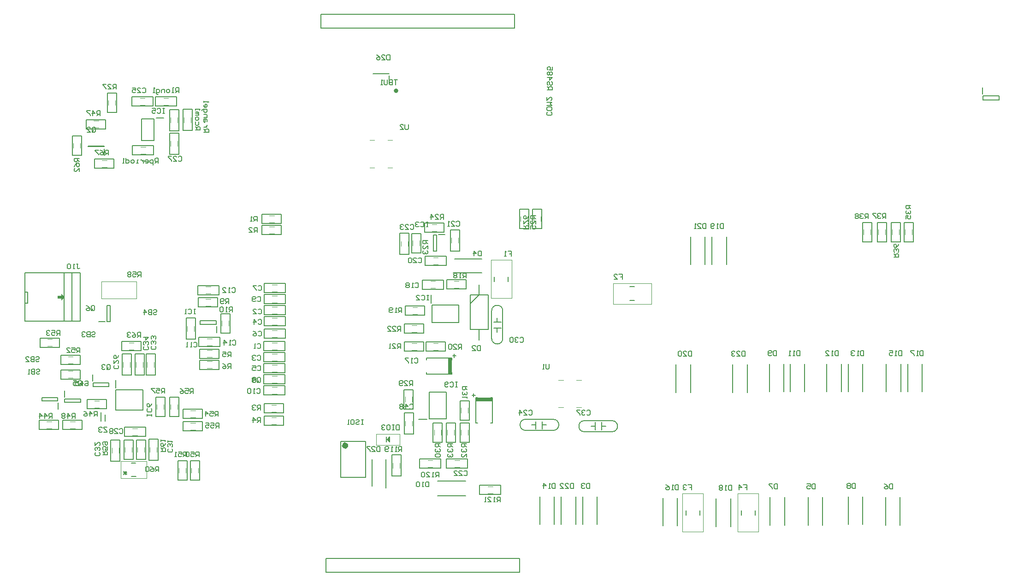
<source format=gbo>
G04*
G04 #@! TF.GenerationSoftware,Altium Limited,Altium Designer,20.1.7 (139)*
G04*
G04 Layer_Color=32896*
%FSTAX24Y24*%
%MOIN*%
G70*
G04*
G04 #@! TF.SameCoordinates,F0BF9DC0-9546-437B-B132-7D81F4AFA61C*
G04*
G04*
G04 #@! TF.FilePolarity,Positive*
G04*
G01*
G75*
%ADD10C,0.0040*%
%ADD11C,0.0079*%
%ADD13C,0.0070*%
%ADD14C,0.0050*%
%ADD15C,0.0039*%
%ADD19C,0.0060*%
%ADD91C,0.0394*%
%ADD184C,0.0315*%
%ADD185R,0.0310X0.1181*%
%ADD186R,0.1181X0.0310*%
G36*
X013025Y0314D02*
X012775Y03115D01*
Y0313D01*
X012525D01*
Y0315D01*
X012775D01*
Y03165D01*
X013025Y0314D01*
D02*
G37*
D10*
X01573Y0408D02*
X01607D01*
X01573Y0413D02*
X01607D01*
X0708Y03593D02*
Y03627D01*
X0713Y03593D02*
Y03627D01*
X03675Y01903D02*
Y01937D01*
X03725Y01903D02*
Y01937D01*
X04123Y0191D02*
X04157D01*
X04123Y0196D02*
X04157D01*
X03928D02*
X03962D01*
X03928Y0191D02*
X03962D01*
X01513Y04365D02*
X01547D01*
X01513Y04415D02*
X01547D01*
X03735Y03508D02*
Y03542D01*
X03785Y03508D02*
Y03542D01*
X01365Y04218D02*
Y04252D01*
X01415Y04218D02*
Y04252D01*
X041Y03533D02*
Y03567D01*
X0415Y03533D02*
Y03567D01*
X04363Y0172D02*
X04397D01*
X04363Y0177D02*
X04397D01*
X03555Y0215D02*
X03725D01*
Y0207D02*
Y0215D01*
X03555Y0207D02*
X03725D01*
X03555D02*
Y0215D01*
X046Y03688D02*
Y03722D01*
X0465Y03688D02*
Y03722D01*
X0382Y03513D02*
Y03547D01*
X0387Y03513D02*
Y03547D01*
X04118Y03255D02*
X04152D01*
X04118Y03205D02*
X04152D01*
X03968Y02805D02*
X04002D01*
X03968Y02755D02*
X04002D01*
X03948Y03255D02*
X03982D01*
X03948Y03205D02*
X03982D01*
X03813Y02805D02*
X03847D01*
X03813Y02755D02*
X03847D01*
X03813Y02935D02*
X03847D01*
X03813Y02885D02*
X03847D01*
X03818Y03065D02*
X03852D01*
X03818Y03015D02*
X03852D01*
X0743Y03593D02*
Y03627D01*
X0738Y03593D02*
Y03627D01*
X07335Y03593D02*
Y03627D01*
X07285Y03593D02*
Y03627D01*
X07235Y03593D02*
Y03627D01*
X07185Y03593D02*
Y03627D01*
X01793Y0219D02*
X01827D01*
X01793Y0214D02*
X01827D01*
X02213Y0227D02*
X02247D01*
X02213Y0232D02*
X02247D01*
X02213Y0218D02*
X02247D01*
X02213Y0223D02*
X02247D01*
X03958Y03665D02*
X03992D01*
X03958Y03615D02*
X03992D01*
X04695Y03688D02*
Y03722D01*
X04745Y03688D02*
Y03722D01*
X03968Y03375D02*
X04002D01*
X03968Y03425D02*
X04002D01*
X0417Y02143D02*
Y02177D01*
X0422Y02143D02*
Y02177D01*
X0407Y02143D02*
Y02177D01*
X0412Y02143D02*
Y02177D01*
X03975Y02143D02*
Y02177D01*
X04025Y02143D02*
Y02177D01*
X0417Y02303D02*
Y02337D01*
X0422Y02303D02*
Y02337D01*
X03765Y02208D02*
Y02242D01*
X03815Y02208D02*
Y02242D01*
X03765Y02383D02*
Y02417D01*
X03815Y02383D02*
Y02417D01*
X0212Y04233D02*
Y04267D01*
X0207Y04233D02*
Y04267D01*
X02018Y0453D02*
X02052D01*
X02018Y0458D02*
X02052D01*
X01848Y0453D02*
X01882D01*
X01848Y0458D02*
X01882D01*
X01853Y04175D02*
X01887D01*
X01853Y04225D02*
X01887D01*
X0212Y04403D02*
Y04437D01*
X0207Y04403D02*
Y04437D01*
X02165Y04403D02*
Y04437D01*
X02215Y04403D02*
Y04437D01*
X0219Y02893D02*
Y02927D01*
X0224Y02893D02*
Y02927D01*
X02323Y03215D02*
X02357D01*
X02323Y03165D02*
X02357D01*
X02323Y03125D02*
X02357D01*
X02323Y03075D02*
X02357D01*
X0249Y02933D02*
Y02967D01*
X0244Y02933D02*
Y02967D01*
X02333Y0279D02*
X02367D01*
X02333Y0284D02*
X02367D01*
X02333Y02625D02*
X02367D01*
X02333Y02675D02*
X02367D01*
X02333Y02705D02*
X02367D01*
X02333Y02755D02*
X02367D01*
X0188Y02018D02*
Y02052D01*
X0183Y02018D02*
Y02052D01*
X0179Y02018D02*
Y02052D01*
X0174Y02018D02*
Y02052D01*
X01645Y02013D02*
Y02047D01*
X01695Y02013D02*
Y02047D01*
X0192Y02018D02*
Y02052D01*
X0197Y02018D02*
Y02052D01*
X0207Y02328D02*
Y02362D01*
X0212Y02328D02*
Y02362D01*
X01775Y02633D02*
Y02667D01*
X01725Y02633D02*
Y02667D01*
X01768Y0276D02*
X01802D01*
X01768Y0281D02*
X01802D01*
X0187Y02633D02*
Y02667D01*
X0182Y02633D02*
Y02667D01*
X0195Y02633D02*
Y02667D01*
X019Y02633D02*
Y02667D01*
X01328Y0266D02*
X01362D01*
X01328Y0271D02*
X01362D01*
X01328Y02605D02*
X01362D01*
X01328Y02555D02*
X01362D01*
X01178Y02835D02*
X01212D01*
X01178Y02785D02*
X01212D01*
X01343Y0224D02*
X01377D01*
X01343Y0219D02*
X01377D01*
X01173Y0224D02*
X01207D01*
X01173Y0219D02*
X01207D01*
X01518Y0239D02*
X01552D01*
X01518Y0234D02*
X01552D01*
X0167Y04528D02*
Y04562D01*
X0162Y04528D02*
Y04562D01*
X02798Y0231D02*
X02832D01*
X02798Y0236D02*
X02832D01*
X02798Y0222D02*
X02832D01*
X02798Y0227D02*
X02832D01*
X02783Y036D02*
X02817D01*
X02783Y0365D02*
X02817D01*
X02783Y0368D02*
X02817D01*
X02783Y0373D02*
X02817D01*
X02803Y0244D02*
X02837D01*
X02803Y0249D02*
X02837D01*
X02803Y0252D02*
X02837D01*
X02803Y0257D02*
X02837D01*
X02803Y026D02*
X02837D01*
X02803Y0265D02*
X02837D01*
X02803Y0268D02*
X02837D01*
X02803Y0273D02*
X02837D01*
X02803Y0276D02*
X02837D01*
X02803Y0281D02*
X02837D01*
X02803Y029D02*
X02837D01*
X02803Y0285D02*
X02837D01*
X02803Y0299D02*
X02837D01*
X02803Y0294D02*
X02837D01*
X02803Y0307D02*
X02837D01*
X02803Y0302D02*
X02837D01*
X02803Y0315D02*
X02837D01*
X02803Y031D02*
X02837D01*
X02803Y0323D02*
X02837D01*
X02803Y0318D02*
X02837D01*
X0213Y01868D02*
Y01902D01*
X0218Y01868D02*
Y01902D01*
X0222Y01868D02*
Y01902D01*
X0227Y01868D02*
Y01902D01*
X0202Y02328D02*
Y02362D01*
X0197Y02328D02*
Y02362D01*
D11*
X039995Y017026D02*
X042005D01*
X039995Y018074D02*
X042005D01*
X043Y0283D02*
Y029046D01*
Y031565D02*
Y0323D01*
X042362Y030928D02*
X043Y031565D01*
X042362D02*
X043638D01*
Y029046D02*
Y031565D01*
X042362Y029046D02*
X043638D01*
X042362D02*
Y031565D01*
X031933Y011468D02*
Y012469D01*
Y011468D02*
X045933D01*
X031933Y012469D02*
X045933D01*
Y011468D02*
Y012469D01*
X045547Y050839D02*
Y051839D01*
X031547D02*
X045547D01*
X031547Y050839D02*
X045547D01*
X031547D02*
Y051839D01*
X062374Y024495D02*
Y026505D01*
X061326Y024495D02*
Y026505D01*
X0539Y03215D02*
X054215D01*
X0539Y03115D02*
X054215D01*
X050476Y014945D02*
Y016955D01*
X051524Y014945D02*
Y016955D01*
X066776Y014895D02*
Y016905D01*
X067824Y014895D02*
Y016905D01*
X064026Y014895D02*
Y016905D01*
X065074Y014895D02*
Y016905D01*
X069676Y014945D02*
Y016955D01*
X070724Y014945D02*
Y016955D01*
X072376Y014895D02*
Y016905D01*
X073424Y014895D02*
Y016905D01*
X065476Y024538D02*
Y026548D01*
X066524Y024538D02*
Y026548D01*
X063976Y024545D02*
Y026555D01*
X065024Y024545D02*
Y026555D01*
X068126Y024545D02*
Y026555D01*
X069174Y024545D02*
Y026555D01*
X059826Y033738D02*
Y035748D01*
X060874Y033738D02*
Y035748D01*
X048926Y014945D02*
Y016955D01*
X049974Y014945D02*
Y016955D01*
X05795Y015625D02*
Y01594D01*
X05895Y015625D02*
Y01594D01*
X056276Y014845D02*
Y016855D01*
X057324Y014845D02*
Y016855D01*
X035258Y017713D02*
Y019662D01*
X036242Y017595D02*
Y019662D01*
X036471Y04754D02*
Y04756D01*
X035329D02*
X036471D01*
X035329Y04754D02*
Y04756D01*
Y04754D02*
X036471D01*
X036491Y04691D02*
Y047402D01*
X015893Y041641D02*
Y042133D01*
X014725Y04227D02*
X015875D01*
X014725D02*
Y04233D01*
X015875D01*
Y04227D02*
Y04233D01*
X06195Y015625D02*
Y01594D01*
X06295Y015625D02*
Y01594D01*
X039682Y035871D02*
X039918D01*
X039682Y034729D02*
Y035871D01*
Y034729D02*
X039918D01*
Y035871D01*
X040056Y03593D02*
X040528D01*
X059324Y033745D02*
Y035755D01*
X058276Y033745D02*
Y035755D01*
X058274Y024495D02*
Y026505D01*
X057226Y024495D02*
Y026505D01*
X061174Y014795D02*
Y016805D01*
X060126Y014795D02*
Y016805D01*
X075024Y024545D02*
Y026555D01*
X073976Y024545D02*
Y026555D01*
X073474Y024545D02*
Y026555D01*
X072426Y024545D02*
Y026555D01*
X048424Y014945D02*
Y016955D01*
X047376Y014945D02*
Y016955D01*
X070724Y024545D02*
Y026555D01*
X069676Y024545D02*
Y026555D01*
X0451Y032525D02*
Y03284D01*
X0441Y032525D02*
Y03284D01*
X017853Y019398D02*
X018168D01*
X017863Y018408D02*
X018178D01*
X079424Y045652D02*
Y045948D01*
Y045652D02*
X080576D01*
Y045948D01*
X079424D02*
X080576D01*
X07937Y046085D02*
Y046538D01*
X039194Y025809D02*
Y025937D01*
X041006Y025809D02*
Y025937D01*
X039194Y026863D02*
Y026991D01*
X041006Y026863D02*
Y026991D01*
X039194Y025809D02*
X041006D01*
X039194Y026991D02*
X041006D01*
X038632Y022534D02*
X039232D01*
X03937Y022585D02*
Y024515D01*
X04063D01*
Y022585D02*
Y024515D01*
X03937Y022585D02*
X04063D01*
X012531Y023882D02*
Y024118D01*
X011369D02*
X012531D01*
X011369Y023882D02*
Y024118D01*
Y023882D02*
X012531D01*
X012541Y023272D02*
Y023744D01*
X036437Y021041D02*
Y021159D01*
X036338Y0211D02*
X036535Y020903D01*
X036338Y0211D02*
X036535Y021297D01*
Y020903D02*
Y021297D01*
X036496Y020982D02*
Y021218D01*
X036299Y020903D02*
Y021297D01*
X032998Y020949D02*
X034802D01*
X032998Y018351D02*
X034802D01*
X032998D02*
Y020949D01*
X034802Y018351D02*
Y020949D01*
X041226Y034142D02*
X043174D01*
X041107Y033158D02*
X043174D01*
X039585Y029552D02*
Y030812D01*
Y029552D02*
X041515D01*
Y030812D01*
X039585D02*
X041515D01*
X039534Y03095D02*
Y03155D01*
X043813Y022294D02*
X043941D01*
X043813Y024106D02*
X043941D01*
X042759Y022294D02*
X042887D01*
X042759Y024106D02*
X042887D01*
X043941Y022294D02*
Y024106D01*
X042759Y022294D02*
Y024106D01*
X02403Y028822D02*
Y029294D01*
X022829Y029432D02*
X023971D01*
X022829D02*
Y029668D01*
X023971D01*
Y029432D02*
Y029668D01*
X016082Y029619D02*
X016318D01*
Y030781D01*
X016082D02*
X016318D01*
X016082Y029619D02*
Y030781D01*
X015472Y029609D02*
X015944D01*
X016716Y023222D02*
Y024678D01*
Y023222D02*
X018684D01*
Y024678D01*
X016716D02*
X018684D01*
X016706Y024816D02*
Y025397D01*
X015643Y022414D02*
Y023063D01*
X015957Y022414D02*
Y022886D01*
X013009Y024156D02*
Y024628D01*
X013019Y024018D02*
X014181D01*
Y023782D02*
Y024018D01*
X013019Y023782D02*
X014181D01*
X013019D02*
Y024018D01*
X015059Y025306D02*
Y025778D01*
X015069Y025168D02*
X016231D01*
Y024932D02*
Y025168D01*
X015069Y024932D02*
X016231D01*
X015069D02*
Y025168D01*
X018597Y044295D02*
X019502D01*
X018597Y042705D02*
Y044295D01*
Y042705D02*
X019502D01*
Y044295D01*
X01964Y044366D02*
X020201D01*
D13*
X0506Y02245D02*
G03*
X0506Y02165I0J-0004D01*
G01*
X0526D02*
G03*
X0526Y02245I0J0004D01*
G01*
X04835Y02175D02*
G03*
X04835Y02255I0J0004D01*
G01*
X04635D02*
G03*
X04635Y02175I0J-0004D01*
G01*
X0439Y0284D02*
G03*
X0447Y0284I0004J0D01*
G01*
Y0304D02*
G03*
X0439Y0304I-0004J0D01*
G01*
X0511Y02205D02*
X0514D01*
X05185D02*
X05215D01*
X0514Y0218D02*
Y02235D01*
X05185Y0218D02*
Y02235D01*
X0506Y02165D02*
X0526D01*
X0506Y02245D02*
X0526D01*
X04755Y02215D02*
X04785D01*
X0468D02*
X0471D01*
X04755Y02185D02*
Y0224D01*
X0471Y02185D02*
Y0224D01*
X04635Y02255D02*
X04835D01*
X04635Y02175D02*
X04835D01*
X0447Y0284D02*
Y0304D01*
X0439Y0284D02*
Y0304D01*
X04405Y02915D02*
X0446D01*
X04405Y0296D02*
X0446D01*
X0443Y02885D02*
Y02915D01*
Y0296D02*
Y0299D01*
X01015Y02965D02*
Y03315D01*
Y03095D02*
X01035D01*
Y03175D01*
X01015D02*
X01035D01*
X01015Y03315D02*
X01415D01*
Y02965D02*
Y03315D01*
X01015Y02965D02*
X01415D01*
X013D02*
Y03315D01*
X01355Y02965D02*
Y03315D01*
D14*
X0152Y04139D02*
X0166D01*
Y04072D02*
Y04139D01*
X0152Y04072D02*
X0166D01*
X0152D02*
Y04139D01*
X07139Y0354D02*
Y0368D01*
X07072Y0354D02*
X07139D01*
X07072D02*
Y0368D01*
X07139D01*
X03734Y01844D02*
Y01997D01*
X03667Y01844D02*
X03734D01*
X03667D02*
Y01997D01*
X03734D01*
X04063Y01969D02*
X04216D01*
Y01902D02*
Y01969D01*
X04063Y01902D02*
X04216D01*
X04063D02*
Y01969D01*
X03869Y01901D02*
X04022D01*
X03869D02*
Y01968D01*
X04022D01*
Y01901D02*
Y01968D01*
X016Y04356D02*
Y04423D01*
X0146D02*
X016D01*
X0146Y04356D02*
Y04423D01*
Y04356D02*
X016D01*
X03726Y03448D02*
X03793D01*
Y03601D01*
X03726D02*
X03793D01*
X03726Y03448D02*
Y03601D01*
X01424Y04165D02*
Y04305D01*
X01357Y04165D02*
X01424D01*
X01357D02*
Y04305D01*
X01424D01*
X04091Y03473D02*
X04158D01*
Y03626D01*
X04091D02*
X04158D01*
X04091Y03473D02*
Y03626D01*
X04303Y01779D02*
X04456D01*
Y01712D02*
Y01779D01*
X04303Y01712D02*
X04456D01*
X04303D02*
Y01779D01*
X04591Y03635D02*
X04658D01*
Y03775D01*
X04591D02*
X04658D01*
X04591Y03635D02*
Y03775D01*
X03811Y0346D02*
X03878D01*
Y036D01*
X03811D02*
X03878D01*
X03811Y0346D02*
Y036D01*
X04065Y03197D02*
Y03264D01*
Y03197D02*
X04205D01*
Y03264D01*
X04065D02*
X04205D01*
X03915Y02747D02*
Y02814D01*
Y02747D02*
X04055D01*
Y02814D01*
X03915D02*
X04055D01*
X03889Y03196D02*
X04042D01*
X03889D02*
Y03263D01*
X04042D01*
Y03196D02*
Y03263D01*
X0376Y02747D02*
Y02814D01*
Y02747D02*
X039D01*
Y02814D01*
X0376D02*
X039D01*
X0376Y02877D02*
Y02944D01*
Y02877D02*
X039D01*
Y02944D01*
X0376D02*
X039D01*
X03765Y03007D02*
Y03074D01*
Y03007D02*
X03905D01*
Y03074D01*
X03765D02*
X03905D01*
X07372Y0368D02*
X07439D01*
X07372Y0354D02*
Y0368D01*
Y0354D02*
X07439D01*
Y0368D01*
X07277D02*
X07344D01*
X07277Y0354D02*
Y0368D01*
Y0354D02*
X07344D01*
Y0368D01*
X07177D02*
X07244D01*
X07177Y0354D02*
Y0368D01*
Y0354D02*
X07244D01*
Y0368D01*
X01734Y02131D02*
X01887D01*
X01734D02*
Y02198D01*
X01887D01*
Y02131D02*
Y02198D01*
X0216Y02329D02*
X023D01*
Y02262D02*
Y02329D01*
X0216Y02262D02*
X023D01*
X0216D02*
Y02329D01*
Y02239D02*
X023D01*
Y02172D02*
Y02239D01*
X0216Y02172D02*
X023D01*
X0216D02*
Y02239D01*
X03905Y03607D02*
Y03674D01*
Y03607D02*
X04045D01*
Y03674D01*
X03905D02*
X04045D01*
X04686Y03635D02*
X04753D01*
Y03775D01*
X04686D02*
X04753D01*
X04686Y03635D02*
Y03775D01*
X03908Y03434D02*
X04061D01*
Y03367D02*
Y03434D01*
X03908Y03367D02*
X04061D01*
X03908D02*
Y03434D01*
X04161Y0209D02*
X04228D01*
Y0223D01*
X04161D02*
X04228D01*
X04161Y0209D02*
Y0223D01*
X04061Y0209D02*
X04128D01*
Y0223D01*
X04061D02*
X04128D01*
X04061Y0209D02*
Y0223D01*
X03966Y0209D02*
X04033D01*
Y0223D01*
X03966D02*
X04033D01*
X03966Y0209D02*
Y0223D01*
X04161Y0225D02*
X04228D01*
Y0239D01*
X04161D02*
X04228D01*
X04161Y0225D02*
Y0239D01*
X03824Y02149D02*
Y02302D01*
X03757Y02149D02*
X03824D01*
X03757D02*
Y02302D01*
X03824D01*
X03756Y0233D02*
X03823D01*
Y0247D01*
X03756D02*
X03823D01*
X03756Y0233D02*
Y0247D01*
X02061Y04173D02*
Y04326D01*
X02128D01*
Y04173D02*
Y04326D01*
X02061Y04173D02*
X02128D01*
X01958Y04589D02*
X02111D01*
Y04522D02*
Y04589D01*
X01958Y04522D02*
X02111D01*
X01958D02*
Y04589D01*
X01788D02*
X01941D01*
Y04522D02*
Y04589D01*
X01788Y04522D02*
X01941D01*
X01788D02*
Y04589D01*
X01793Y04234D02*
X01946D01*
Y04167D02*
Y04234D01*
X01793Y04167D02*
X01946D01*
X01793D02*
Y04234D01*
X02061Y04343D02*
Y04496D01*
X02128D01*
Y04343D02*
Y04496D01*
X02061Y04343D02*
X02128D01*
X02224Y04344D02*
Y04497D01*
X02157Y04344D02*
X02224D01*
X02157D02*
Y04497D01*
X02224D01*
X02249Y02834D02*
Y02987D01*
X02182Y02834D02*
X02249D01*
X02182D02*
Y02987D01*
X02249D01*
X02264Y03156D02*
X02417D01*
X02264D02*
Y03223D01*
X02417D01*
Y03156D02*
Y03223D01*
X0227Y03067D02*
Y03134D01*
Y03067D02*
X0241D01*
Y03134D01*
X0227D02*
X0241D01*
X02432Y0302D02*
X02499D01*
X02432Y0288D02*
Y0302D01*
Y0288D02*
X02499D01*
Y0302D01*
X02273Y02849D02*
X02426D01*
Y02782D02*
Y02849D01*
X02273Y02782D02*
X02426D01*
X02273D02*
Y02849D01*
X0242Y02616D02*
Y02683D01*
X0228D02*
X0242D01*
X0228Y02616D02*
Y02683D01*
Y02616D02*
X0242D01*
X0242Y02696D02*
Y02763D01*
X0228D02*
X0242D01*
X0228Y02696D02*
Y02763D01*
Y02696D02*
X0242D01*
X01821Y01965D02*
Y02105D01*
X01888D01*
Y01965D02*
Y02105D01*
X01821Y01965D02*
X01888D01*
X01731D02*
Y02105D01*
X01798D01*
Y01965D02*
Y02105D01*
X01731Y01965D02*
X01798D01*
X01636Y01953D02*
X01703D01*
Y02106D01*
X01636D02*
X01703D01*
X01636Y01953D02*
Y02106D01*
X01911Y01958D02*
X01978D01*
Y02111D01*
X01911D02*
X01978D01*
X01911Y01958D02*
Y02111D01*
X02129Y02275D02*
Y02415D01*
X02062Y02275D02*
X02129D01*
X02062D02*
Y02415D01*
X02129D01*
X01717Y02727D02*
X01784D01*
X01717Y02574D02*
Y02727D01*
Y02574D02*
X01784D01*
Y02727D01*
X01715Y02819D02*
X01855D01*
Y02752D02*
Y02819D01*
X01715Y02752D02*
X01855D01*
X01715D02*
Y02819D01*
X01812Y02727D02*
X01879D01*
X01812Y02574D02*
Y02727D01*
Y02574D02*
X01879D01*
Y02727D01*
X01892D02*
X01959D01*
X01892Y02574D02*
Y02727D01*
Y02574D02*
X01959D01*
Y02727D01*
X01275Y02719D02*
X01415D01*
Y02652D02*
Y02719D01*
X01275Y02652D02*
X01415D01*
X01275D02*
Y02719D01*
Y02546D02*
X01415D01*
X01275D02*
Y02613D01*
X01415D01*
Y02546D02*
Y02613D01*
X01125Y02776D02*
X01265D01*
X01125D02*
Y02843D01*
X01265D01*
Y02776D02*
Y02843D01*
X0129Y02181D02*
X0143D01*
X0129D02*
Y02248D01*
X0143D01*
Y02181D02*
Y02248D01*
X0112Y02181D02*
X0126D01*
X0112D02*
Y02248D01*
X0126D01*
Y02181D02*
Y02248D01*
X01465Y02331D02*
X01605D01*
X01465D02*
Y02398D01*
X01605D01*
Y02331D02*
Y02398D01*
X01612Y04615D02*
X01679D01*
X01612Y04475D02*
Y04615D01*
Y04475D02*
X01679D01*
Y04615D01*
X02885Y02301D02*
Y02368D01*
X02745D02*
X02885D01*
X02745Y02301D02*
Y02368D01*
Y02301D02*
X02885D01*
Y02211D02*
Y02278D01*
X02745D02*
X02885D01*
X02745Y02211D02*
Y02278D01*
Y02211D02*
X02885D01*
X0287Y03591D02*
Y03658D01*
X0273D02*
X0287D01*
X0273Y03591D02*
Y03658D01*
Y03591D02*
X0287D01*
X0287Y03671D02*
Y03738D01*
X0273D02*
X0287D01*
X0273Y03671D02*
Y03738D01*
Y03671D02*
X0287D01*
X02743Y02499D02*
X02896D01*
Y02432D02*
Y02499D01*
X02743Y02432D02*
X02896D01*
X02743D02*
Y02499D01*
Y02579D02*
X02896D01*
Y02512D02*
Y02579D01*
X02743Y02512D02*
X02896D01*
X02743D02*
Y02579D01*
Y02659D02*
X02896D01*
Y02592D02*
Y02659D01*
X02743Y02592D02*
X02896D01*
X02743D02*
Y02659D01*
Y02739D02*
X02896D01*
Y02672D02*
Y02739D01*
X02743Y02672D02*
X02896D01*
X02743D02*
Y02739D01*
Y02819D02*
X02896D01*
Y02752D02*
Y02819D01*
X02743Y02752D02*
X02896D01*
X02743D02*
Y02819D01*
X02744Y02841D02*
X02897D01*
X02744D02*
Y02908D01*
X02897D01*
Y02841D02*
Y02908D01*
X02744Y02931D02*
X02897D01*
X02744D02*
Y02998D01*
X02897D01*
Y02931D02*
Y02998D01*
X02744Y03011D02*
X02897D01*
X02744D02*
Y03078D01*
X02897D01*
Y03011D02*
Y03078D01*
X02744Y03091D02*
X02897D01*
X02744D02*
Y03158D01*
X02897D01*
Y03091D02*
Y03158D01*
X02744Y03171D02*
X02897D01*
X02744D02*
Y03238D01*
X02897D01*
Y03171D02*
Y03238D01*
X02121Y01815D02*
X02188D01*
Y01955D01*
X02121D02*
X02188D01*
X02121Y01815D02*
Y01955D01*
X02211Y01815D02*
X02278D01*
Y01955D01*
X02211D02*
X02278D01*
X02211Y01815D02*
Y01955D01*
X01962Y02415D02*
X02029D01*
X01962Y02275D02*
Y02415D01*
Y02275D02*
X02029D01*
Y02415D01*
D15*
X050022Y025384D02*
X050377D01*
X048723D02*
X049078D01*
X050022Y023416D02*
X050377D01*
X048723D02*
X049078D01*
X05545Y0309D02*
Y0324D01*
X0527Y0309D02*
X05545D01*
X0527D02*
Y0324D01*
X05545D01*
X0577Y017175D02*
X0592D01*
Y014425D02*
Y017175D01*
X0577Y014425D02*
X0592D01*
X0577D02*
Y017175D01*
X036372Y042734D02*
X036727D01*
X035073D02*
X035428D01*
X036372Y040766D02*
X036727D01*
X035073D02*
X035428D01*
X0617Y017175D02*
X0632D01*
Y014425D02*
Y017175D01*
X0617Y014425D02*
X0632D01*
X0617D02*
Y017175D01*
X04385Y031325D02*
Y034075D01*
Y031325D02*
X04535D01*
Y034075D01*
X04385D02*
X04535D01*
X017096Y01827D02*
X018946D01*
Y01953D01*
X017096D02*
X018946D01*
X017096Y01827D02*
Y01953D01*
X01569Y03127D02*
X01821D01*
Y03253D01*
X01569D02*
X01821D01*
X01569Y03127D02*
Y03253D01*
D19*
X04819Y04478D02*
X04825Y04472D01*
Y0446D01*
X04819Y04454D01*
X04795D01*
X04789Y0446D01*
Y04472D01*
X04795Y04478D01*
X04825Y04508D02*
Y04496D01*
X04819Y0449D01*
X04795D01*
X04789Y04496D01*
Y04508D01*
X04795Y04514D01*
X04819D01*
X04825Y04508D01*
X04789Y04526D02*
X04825D01*
X04813Y04538D01*
X04825Y0455D01*
X04789D01*
Y04586D02*
Y04562D01*
X04813Y04586D01*
X04819D01*
X04825Y0458D01*
Y04568D01*
X04819Y04562D01*
X047914Y046369D02*
X048274D01*
Y046549D01*
X048214Y046609D01*
X048094D01*
X048034Y046549D01*
Y046369D01*
Y046489D02*
X047914Y046609D01*
X048214Y046969D02*
X048274Y046909D01*
Y046789D01*
X048214Y046729D01*
X048154D01*
X048094Y046789D01*
Y046909D01*
X048034Y046969D01*
X047974D01*
X047914Y046909D01*
Y046789D01*
X047974Y046729D01*
X047914Y047269D02*
X048274D01*
X048094Y047089D01*
Y047329D01*
X048214Y047449D02*
X048274Y047509D01*
Y047628D01*
X048214Y047688D01*
X048154D01*
X048094Y047628D01*
X048034Y047688D01*
X047974D01*
X047914Y047628D01*
Y047509D01*
X047974Y047449D01*
X048034D01*
X048094Y047509D01*
X048154Y047449D01*
X048214D01*
X048094Y047509D02*
Y047628D01*
X048274Y048048D02*
Y047808D01*
X048094D01*
X048154Y047928D01*
Y047988D01*
X048094Y048048D01*
X047974D01*
X047914Y047988D01*
Y047868D01*
X047974Y047808D01*
X01619Y04167D02*
Y04203D01*
X01601D01*
X01595Y04197D01*
Y04185D01*
X01601Y04179D01*
X01619D01*
X01607D02*
X01595Y04167D01*
X01559Y04203D02*
X01571Y04197D01*
X01583Y04185D01*
Y04173D01*
X01577Y04167D01*
X01565D01*
X01559Y04173D01*
Y04179D01*
X01565Y04185D01*
X01583D01*
X01547Y04203D02*
X01523D01*
Y04197D01*
X01547Y04173D01*
Y04167D01*
X07113Y03707D02*
Y03743D01*
X07095D01*
X07089Y03737D01*
Y03725D01*
X07095Y03719D01*
X07113D01*
X07101D02*
X07089Y03707D01*
X07077Y03737D02*
X07071Y03743D01*
X07059D01*
X07053Y03737D01*
Y03731D01*
X07059Y03725D01*
X07065D01*
X07059D01*
X07053Y03719D01*
Y03713D01*
X07059Y03707D01*
X07071D01*
X07077Y03713D01*
X07041Y03737D02*
X07035Y03743D01*
X07023D01*
X07017Y03737D01*
Y03731D01*
X07023Y03725D01*
X07017Y03719D01*
Y03713D01*
X07023Y03707D01*
X07035D01*
X07041Y03713D01*
Y03719D01*
X07035Y03725D01*
X07041Y03731D01*
Y03737D01*
X07035Y03725D02*
X07023D01*
X03935Y01803D02*
Y01767D01*
X03917D01*
X03911Y01773D01*
Y01797D01*
X03917Y01803D01*
X03935D01*
X03899Y01767D02*
X03887D01*
X03893D01*
Y01803D01*
X03899Y01797D01*
X03869D02*
X03863Y01803D01*
X03851D01*
X03845Y01797D01*
Y01773D01*
X03851Y01767D01*
X03863D01*
X03869Y01773D01*
Y01797D01*
X0431Y02788D02*
Y02752D01*
X04292D01*
X04286Y02758D01*
Y02782D01*
X04292Y02788D01*
X0431D01*
X0425Y02752D02*
X04274D01*
X0425Y02776D01*
Y02782D01*
X04256Y02788D01*
X04268D01*
X04274Y02782D01*
X05077Y02316D02*
X05083Y02322D01*
X05095D01*
X05101Y02316D01*
Y02292D01*
X05095Y02286D01*
X05083D01*
X05077Y02292D01*
X05065Y02316D02*
X05059Y02322D01*
X05047D01*
X05041Y02316D01*
Y0231D01*
X05047Y02304D01*
X05053D01*
X05047D01*
X05041Y02298D01*
Y02292D01*
X05047Y02286D01*
X05059D01*
X05065Y02292D01*
X05029Y02322D02*
X05005D01*
Y02316D01*
X05029Y02292D01*
Y02286D01*
X06221Y02747D02*
Y02711D01*
X06203D01*
X06197Y02717D01*
Y02741D01*
X06203Y02747D01*
X06221D01*
X06161Y02711D02*
X06185D01*
X06161Y02735D01*
Y02741D01*
X06167Y02747D01*
X06179D01*
X06185Y02741D01*
X06149D02*
X06143Y02747D01*
X06131D01*
X06125Y02741D01*
Y02735D01*
X06131Y02729D01*
X06137D01*
X06131D01*
X06125Y02723D01*
Y02717D01*
X06131Y02711D01*
X06143D01*
X06149Y02717D01*
X04806Y02654D02*
Y02624D01*
X048Y02618D01*
X04788D01*
X04782Y02624D01*
Y02654D01*
X0477Y02618D02*
X04758D01*
X04764D01*
Y02654D01*
X0477Y02648D01*
X04658Y02315D02*
X04664Y02321D01*
X04676D01*
X04682Y02315D01*
Y02291D01*
X04676Y02285D01*
X04664D01*
X04658Y02291D01*
X04622Y02285D02*
X04646D01*
X04622Y02309D01*
Y02315D01*
X04628Y02321D01*
X0464D01*
X04646Y02315D01*
X04592Y02285D02*
Y02321D01*
X0461Y02303D01*
X04586D01*
X0531Y03304D02*
X05334D01*
Y03286D01*
X05322D01*
X05334D01*
Y03268D01*
X05274D02*
X05298D01*
X05274Y03292D01*
Y03298D01*
X0528Y03304D01*
X05292D01*
X05298Y03298D01*
X051Y01792D02*
Y01756D01*
X05082D01*
X05076Y01762D01*
Y01786D01*
X05082Y01792D01*
X051D01*
X05064Y01786D02*
X05058Y01792D01*
X05046D01*
X0504Y01786D01*
Y0178D01*
X05046Y01774D01*
X05052D01*
X05046D01*
X0504Y01768D01*
Y01762D01*
X05046Y01756D01*
X05058D01*
X05064Y01762D01*
X0673Y01787D02*
Y01751D01*
X06712D01*
X06706Y01757D01*
Y01781D01*
X06712Y01787D01*
X0673D01*
X0667D02*
X06694D01*
Y01769D01*
X06682Y01775D01*
X06676D01*
X0667Y01769D01*
Y01757D01*
X06676Y01751D01*
X06688D01*
X06694Y01757D01*
X06455Y01787D02*
Y01751D01*
X06437D01*
X06431Y01757D01*
Y01781D01*
X06437Y01787D01*
X06455D01*
X06419D02*
X06395D01*
Y01781D01*
X06419Y01757D01*
Y01751D01*
X0702Y01792D02*
Y01756D01*
X07002D01*
X06996Y01762D01*
Y01786D01*
X07002Y01792D01*
X0702D01*
X06984Y01786D02*
X06978Y01792D01*
X06966D01*
X0696Y01786D01*
Y0178D01*
X06966Y01774D01*
X0696Y01768D01*
Y01762D01*
X06966Y01756D01*
X06978D01*
X06984Y01762D01*
Y01768D01*
X06978Y01774D01*
X06984Y0178D01*
Y01786D01*
X06978Y01774D02*
X06966D01*
X0729Y01787D02*
Y01751D01*
X07272D01*
X07266Y01757D01*
Y01781D01*
X07272Y01787D01*
X0729D01*
X0723D02*
X07242Y01781D01*
X07254Y01769D01*
Y01757D01*
X07248Y01751D01*
X07236D01*
X0723Y01757D01*
Y01763D01*
X07236Y01769D01*
X07254D01*
X06618Y02751D02*
Y02715D01*
X066D01*
X06594Y02721D01*
Y02745D01*
X066Y02751D01*
X06618D01*
X06582Y02715D02*
X0657D01*
X06576D01*
Y02751D01*
X06582Y02745D01*
X06552Y02715D02*
X0654D01*
X06546D01*
Y02751D01*
X06552Y02745D01*
X0645Y02752D02*
Y02716D01*
X06432D01*
X06426Y02722D01*
Y02746D01*
X06432Y02752D01*
X0645D01*
X06414Y02722D02*
X06408Y02716D01*
X06396D01*
X0639Y02722D01*
Y02746D01*
X06396Y02752D01*
X06408D01*
X06414Y02746D01*
Y0274D01*
X06408Y02734D01*
X0639D01*
X06895Y02752D02*
Y02716D01*
X06877D01*
X06871Y02722D01*
Y02746D01*
X06877Y02752D01*
X06895D01*
X06859Y02716D02*
X06847D01*
X06853D01*
Y02752D01*
X06859Y02746D01*
X06805Y02716D02*
X06829D01*
X06805Y0274D01*
Y02746D01*
X06811Y02752D01*
X06823D01*
X06829Y02746D01*
X06065Y03671D02*
Y03635D01*
X06047D01*
X06041Y03641D01*
Y03665D01*
X06047Y03671D01*
X06065D01*
X06029Y03635D02*
X06017D01*
X06023D01*
Y03671D01*
X06029Y03665D01*
X05999Y03641D02*
X05993Y03635D01*
X05981D01*
X05975Y03641D01*
Y03665D01*
X05981Y03671D01*
X05993D01*
X05999Y03665D01*
Y03659D01*
X05993Y03653D01*
X05975D01*
X04981Y01792D02*
Y01756D01*
X04963D01*
X04957Y01762D01*
Y01786D01*
X04963Y01792D01*
X04981D01*
X04921Y01756D02*
X04945D01*
X04921Y0178D01*
Y01786D01*
X04927Y01792D01*
X04939D01*
X04945Y01786D01*
X04885Y01756D02*
X04909D01*
X04885Y0178D01*
Y01786D01*
X04891Y01792D01*
X04903D01*
X04909Y01786D01*
X0581Y01781D02*
X05834D01*
Y01763D01*
X05822D01*
X05834D01*
Y01745D01*
X05798Y01775D02*
X05792Y01781D01*
X0578D01*
X05774Y01775D01*
Y01769D01*
X0578Y01763D01*
X05786D01*
X0578D01*
X05774Y01757D01*
Y01751D01*
X0578Y01745D01*
X05792D01*
X05798Y01751D01*
X0574Y01782D02*
Y01746D01*
X05722D01*
X05716Y01752D01*
Y01776D01*
X05722Y01782D01*
X0574D01*
X05704Y01746D02*
X05692D01*
X05698D01*
Y01782D01*
X05704Y01776D01*
X0565Y01782D02*
X05662Y01776D01*
X05674Y01764D01*
Y01752D01*
X05668Y01746D01*
X05656D01*
X0565Y01752D01*
Y01758D01*
X05656Y01764D01*
X05674D01*
X0374Y02022D02*
Y02058D01*
X03722D01*
X03716Y02052D01*
Y0204D01*
X03722Y02034D01*
X0374D01*
X03728D02*
X03716Y02022D01*
X03704D02*
X03692D01*
X03698D01*
Y02058D01*
X03704Y02052D01*
X03674Y02022D02*
X03662D01*
X03668D01*
Y02058D01*
X03674Y02052D01*
X03644Y02028D02*
X03638Y02022D01*
X03626D01*
X0362Y02028D01*
Y02052D01*
X03626Y02058D01*
X03638D01*
X03644Y02052D01*
Y02046D01*
X03638Y0204D01*
X0362D01*
X03583Y02058D02*
Y02022D01*
X03565D01*
X03559Y02028D01*
Y02052D01*
X03565Y02058D01*
X03583D01*
X03523Y02022D02*
X03547D01*
X03523Y02046D01*
Y02052D01*
X03529Y02058D01*
X03541D01*
X03547Y02052D01*
X03511Y02058D02*
X03487D01*
Y02052D01*
X03511Y02028D01*
Y02022D01*
X04189Y01877D02*
X04195Y01883D01*
X04207D01*
X04213Y01877D01*
Y01853D01*
X04207Y01847D01*
X04195D01*
X04189Y01853D01*
X04153Y01847D02*
X04177D01*
X04153Y01871D01*
Y01877D01*
X04159Y01883D01*
X04171D01*
X04177Y01877D01*
X04117Y01847D02*
X04141D01*
X04117Y01871D01*
Y01877D01*
X04123Y01883D01*
X04135D01*
X04141Y01877D01*
X04008Y01837D02*
Y01873D01*
X0399D01*
X03984Y01867D01*
Y01855D01*
X0399Y01849D01*
X04008D01*
X03996D02*
X03984Y01837D01*
X03972D02*
X0396D01*
X03966D01*
Y01873D01*
X03972Y01867D01*
X03918Y01837D02*
X03942D01*
X03918Y01861D01*
Y01867D01*
X03924Y01873D01*
X03936D01*
X03942Y01867D01*
X03906D02*
X039Y01873D01*
X03888D01*
X03882Y01867D01*
Y01843D01*
X03888Y01837D01*
X039D01*
X03906Y01843D01*
Y01867D01*
X03787Y04389D02*
Y04359D01*
X03781Y04353D01*
X03769D01*
X03763Y04359D01*
Y04389D01*
X03727Y04353D02*
X03751D01*
X03727Y04377D01*
Y04383D01*
X03733Y04389D01*
X03745D01*
X03751Y04383D01*
X03654Y048914D02*
Y048554D01*
X03636D01*
X0363Y048614D01*
Y048854D01*
X03636Y048914D01*
X03654D01*
X03594Y048554D02*
X03618D01*
X03594Y048794D01*
Y048854D01*
X036Y048914D01*
X03612D01*
X03618Y048854D01*
X03558Y048914D02*
X0357Y048854D01*
X03582Y048734D01*
Y048614D01*
X03576Y048554D01*
X03564D01*
X03558Y048614D01*
Y048674D01*
X03564Y048734D01*
X03582D01*
X037082Y047104D02*
X036842D01*
X036962D01*
Y046744D01*
X036722Y047104D02*
Y046744D01*
X036543D01*
X036483Y046804D01*
Y046864D01*
X036543Y046924D01*
X036722D01*
X036543D01*
X036483Y046984D01*
Y047044D01*
X036543Y047104D01*
X036722D01*
X036363D02*
Y046804D01*
X036303Y046744D01*
X036183D01*
X036123Y046804D01*
Y047104D01*
X036003Y046744D02*
X035883D01*
X035943D01*
Y047104D01*
X036003Y047044D01*
X01501Y043383D02*
Y043623D01*
X01507Y043683D01*
X01519D01*
X01525Y043623D01*
Y043383D01*
X01519Y043323D01*
X01507D01*
X01513Y043443D02*
X01501Y043323D01*
X01507D02*
X01501Y043383D01*
X01465Y043323D02*
X01489D01*
X01465Y043563D01*
Y043623D01*
X01471Y043683D01*
X01483D01*
X01489Y043623D01*
X01559Y04451D02*
Y04487D01*
X01541D01*
X01535Y04481D01*
Y04469D01*
X01541Y04463D01*
X01559D01*
X01547D02*
X01535Y04451D01*
X01505D02*
Y04487D01*
X01523Y04469D01*
X01499D01*
X01487Y04487D02*
X01463D01*
Y04481D01*
X01487Y04457D01*
Y04451D01*
X0621Y01781D02*
X06234D01*
Y01763D01*
X06222D01*
X06234D01*
Y01745D01*
X0618D02*
Y01781D01*
X06198Y01763D01*
X06174D01*
X03801Y03659D02*
X03807Y03665D01*
X03819D01*
X03825Y03659D01*
Y03635D01*
X03819Y03629D01*
X03807D01*
X03801Y03635D01*
X03765Y03629D02*
X03789D01*
X03765Y03653D01*
Y03659D01*
X03771Y03665D01*
X03783D01*
X03789Y03659D01*
X03753D02*
X03747Y03665D01*
X03735D01*
X03729Y03659D01*
Y03653D01*
X03735Y03647D01*
X03741D01*
X03735D01*
X03729Y03641D01*
Y03635D01*
X03735Y03629D01*
X03747D01*
X03753Y03635D01*
X04131Y02715D02*
X04107D01*
X04119Y02727D02*
Y02703D01*
X0426Y02441D02*
Y02417D01*
X04248Y02429D02*
X04272D01*
X0724Y03708D02*
Y03744D01*
X07222D01*
X07216Y03738D01*
Y03726D01*
X07222Y0372D01*
X0724D01*
X07228D02*
X07216Y03708D01*
X07204Y03738D02*
X07198Y03744D01*
X07186D01*
X0718Y03738D01*
Y03732D01*
X07186Y03726D01*
X07192D01*
X07186D01*
X0718Y0372D01*
Y03714D01*
X07186Y03708D01*
X07198D01*
X07204Y03714D01*
X07168Y03744D02*
X07144D01*
Y03738D01*
X07168Y03714D01*
Y03708D01*
X07297Y03427D02*
X07333D01*
Y03445D01*
X07327Y03451D01*
X07315D01*
X07309Y03445D01*
Y03427D01*
Y03439D02*
X07297Y03451D01*
X07327Y03463D02*
X07333Y03469D01*
Y03481D01*
X07327Y03487D01*
X07321D01*
X07315Y03481D01*
Y03475D01*
Y03481D01*
X07309Y03487D01*
X07303D01*
X07297Y03481D01*
Y03469D01*
X07303Y03463D01*
X07333Y03523D02*
X07327Y03511D01*
X07315Y03499D01*
X07303D01*
X07297Y03505D01*
Y03517D01*
X07303Y03523D01*
X07309D01*
X07315Y03517D01*
Y03499D01*
X0742Y038018D02*
X07384D01*
Y037838D01*
X0739Y037778D01*
X07402D01*
X07408Y037838D01*
Y038018D01*
Y037898D02*
X0742Y037778D01*
X0739Y037658D02*
X07384Y037598D01*
Y037478D01*
X0739Y037418D01*
X07396D01*
X07402Y037478D01*
Y037538D01*
Y037478D01*
X07408Y037418D01*
X07414D01*
X0742Y037478D01*
Y037598D01*
X07414Y037658D01*
X07384Y037058D02*
Y037298D01*
X07402D01*
X07396Y037178D01*
Y037118D01*
X07402Y037058D01*
X07414D01*
X0742Y037118D01*
Y037238D01*
X07414Y037298D01*
X01944Y03042D02*
X0195Y03048D01*
X01962D01*
X01968Y03042D01*
Y03036D01*
X01962Y0303D01*
X0195D01*
X01944Y03024D01*
Y03018D01*
X0195Y03012D01*
X01962D01*
X01968Y03018D01*
X01932Y03048D02*
Y03012D01*
X01914D01*
X01908Y03018D01*
Y03024D01*
X01914Y0303D01*
X01932D01*
X01914D01*
X01908Y03036D01*
Y03042D01*
X01914Y03048D01*
X01932D01*
X01878Y03012D02*
Y03048D01*
X01896Y0303D01*
X01872D01*
X01388Y0338D02*
X014D01*
X01394D01*
Y0335D01*
X014Y03344D01*
X01406D01*
X01412Y0335D01*
X01376Y03344D02*
X01364D01*
X0137D01*
Y0338D01*
X01376Y03374D01*
X01346D02*
X0134Y0338D01*
X01328D01*
X01322Y03374D01*
Y0335D01*
X01328Y03344D01*
X0134D01*
X01346Y0335D01*
Y03374D01*
X01499Y02882D02*
X01505Y02888D01*
X01517D01*
X01523Y02882D01*
Y02876D01*
X01517Y0287D01*
X01505D01*
X01499Y02864D01*
Y02858D01*
X01505Y02852D01*
X01517D01*
X01523Y02858D01*
X01487Y02888D02*
Y02852D01*
X01469D01*
X01463Y02858D01*
Y02864D01*
X01469Y0287D01*
X01487D01*
X01469D01*
X01463Y02876D01*
Y02882D01*
X01469Y02888D01*
X01487D01*
X01451Y02882D02*
X01445Y02888D01*
X01433D01*
X01427Y02882D01*
Y02876D01*
X01433Y0287D01*
X01439D01*
X01433D01*
X01427Y02864D01*
Y02858D01*
X01433Y02852D01*
X01445D01*
X01451Y02858D01*
X01094Y02702D02*
X011Y02708D01*
X01112D01*
X01118Y02702D01*
Y02696D01*
X01112Y0269D01*
X011D01*
X01094Y02684D01*
Y02678D01*
X011Y02672D01*
X01112D01*
X01118Y02678D01*
X01082Y02708D02*
Y02672D01*
X01064D01*
X01058Y02678D01*
Y02684D01*
X01064Y0269D01*
X01082D01*
X01064D01*
X01058Y02696D01*
Y02702D01*
X01064Y02708D01*
X01082D01*
X01022Y02672D02*
X01046D01*
X01022Y02696D01*
Y02702D01*
X01028Y02708D01*
X0104D01*
X01046Y02702D01*
X01098Y02612D02*
X01104Y02618D01*
X01116D01*
X01122Y02612D01*
Y02606D01*
X01116Y026D01*
X01104D01*
X01098Y02594D01*
Y02588D01*
X01104Y02582D01*
X01116D01*
X01122Y02588D01*
X01086Y02618D02*
Y02582D01*
X01068D01*
X01062Y02588D01*
Y02594D01*
X01068Y026D01*
X01086D01*
X01068D01*
X01062Y02606D01*
Y02612D01*
X01068Y02618D01*
X01086D01*
X0105Y02582D02*
X01038D01*
X01044D01*
Y02618D01*
X0105Y02612D01*
X04108Y02078D02*
X04072D01*
Y0206D01*
X04078Y02054D01*
X0409D01*
X04096Y0206D01*
Y02078D01*
Y02066D02*
X04108Y02054D01*
X04078Y02042D02*
X04072Y02036D01*
Y02024D01*
X04078Y02018D01*
X04084D01*
X0409Y02024D01*
Y0203D01*
Y02024D01*
X04096Y02018D01*
X04102D01*
X04108Y02024D01*
Y02036D01*
X04102Y02042D01*
X04078Y02006D02*
X04072Y02D01*
Y01988D01*
X04078Y01982D01*
X04084D01*
X0409Y01988D01*
Y01994D01*
Y01988D01*
X04096Y01982D01*
X04102D01*
X04108Y01988D01*
Y02D01*
X04102Y02006D01*
X04208Y02078D02*
X04172D01*
Y0206D01*
X04178Y02054D01*
X0419D01*
X04196Y0206D01*
Y02078D01*
Y02066D02*
X04208Y02054D01*
X04178Y02042D02*
X04172Y02036D01*
Y02024D01*
X04178Y02018D01*
X04184D01*
X0419Y02024D01*
Y0203D01*
Y02024D01*
X04196Y02018D01*
X04202D01*
X04208Y02024D01*
Y02036D01*
X04202Y02042D01*
X04208Y01982D02*
Y02006D01*
X04184Y01982D01*
X04178D01*
X04172Y01988D01*
Y02D01*
X04178Y02006D01*
X04213Y02492D02*
X04177D01*
Y02474D01*
X04183Y02468D01*
X04195D01*
X04201Y02474D01*
Y02492D01*
Y0248D02*
X04213Y02468D01*
X04183Y02456D02*
X04177Y0245D01*
Y02438D01*
X04183Y02432D01*
X04189D01*
X04195Y02438D01*
Y02444D01*
Y02438D01*
X04201Y02432D01*
X04207D01*
X04213Y02438D01*
Y0245D01*
X04207Y02456D01*
X04213Y0242D02*
Y02408D01*
Y02414D01*
X04177D01*
X04183Y0242D01*
X04018Y02078D02*
X03982D01*
Y0206D01*
X03988Y02054D01*
X04D01*
X04006Y0206D01*
Y02078D01*
Y02066D02*
X04018Y02054D01*
X03988Y02042D02*
X03982Y02036D01*
Y02024D01*
X03988Y02018D01*
X03994D01*
X04Y02024D01*
Y0203D01*
Y02024D01*
X04006Y02018D01*
X04012D01*
X04018Y02024D01*
Y02036D01*
X04012Y02042D01*
X03988Y02006D02*
X03982Y02D01*
Y01988D01*
X03988Y01982D01*
X04012D01*
X04018Y01988D01*
Y02D01*
X04012Y02006D01*
X03988D01*
X03819Y02498D02*
Y02534D01*
X03801D01*
X03795Y02528D01*
Y02516D01*
X03801Y0251D01*
X03819D01*
X03807D02*
X03795Y02498D01*
X03759D02*
X03783D01*
X03759Y02522D01*
Y02528D01*
X03765Y02534D01*
X03777D01*
X03783Y02528D01*
X03747Y02504D02*
X03741Y02498D01*
X03729D01*
X03723Y02504D01*
Y02528D01*
X03729Y02534D01*
X03741D01*
X03747Y02528D01*
Y02522D01*
X03741Y02516D01*
X03723D01*
X04142Y02526D02*
X0413D01*
X04136D01*
Y0249D01*
X04142D01*
X0413D01*
X04088Y0252D02*
X04094Y02526D01*
X04106D01*
X04112Y0252D01*
Y02496D01*
X04106Y0249D01*
X04094D01*
X04088Y02496D01*
X04076D02*
X0407Y0249D01*
X04058D01*
X04052Y02496D01*
Y0252D01*
X04058Y02526D01*
X0407D01*
X04076Y0252D01*
Y02514D01*
X0407Y02508D01*
X04052D01*
X03797Y0236D02*
X03803Y02366D01*
X03815D01*
X03821Y0236D01*
Y02336D01*
X03815Y0233D01*
X03803D01*
X03797Y02336D01*
X03767Y0233D02*
Y02366D01*
X03785Y02348D01*
X03761D01*
X03749Y0236D02*
X03743Y02366D01*
X03731D01*
X03725Y0236D01*
Y02354D01*
X03731Y02348D01*
X03725Y02342D01*
Y02336D01*
X03731Y0233D01*
X03743D01*
X03749Y02336D01*
Y02342D01*
X03743Y02348D01*
X03749Y02354D01*
Y0236D01*
X03743Y02348D02*
X03731D01*
X01675Y04644D02*
Y0468D01*
X01657D01*
X01651Y04674D01*
Y04662D01*
X01657Y04656D01*
X01675D01*
X01663D02*
X01651Y04644D01*
X01615D02*
X01639D01*
X01615Y04668D01*
Y04674D01*
X01621Y0468D01*
X01633D01*
X01639Y04674D01*
X01603Y0468D02*
X01579D01*
Y04674D01*
X01603Y0465D01*
Y04644D01*
X04622Y03632D02*
X04658D01*
Y0365D01*
X04652Y03656D01*
X0464D01*
X04634Y0365D01*
Y03632D01*
Y03644D02*
X04622Y03656D01*
Y03692D02*
Y03668D01*
X04646Y03692D01*
X04652D01*
X04658Y03686D01*
Y03674D01*
X04652Y03668D01*
X04658Y03728D02*
X04652Y03716D01*
X0464Y03704D01*
X04628D01*
X04622Y0371D01*
Y03722D01*
X04628Y03728D01*
X04634D01*
X0464Y03722D01*
Y03704D01*
X04708Y03728D02*
X04672D01*
Y0371D01*
X04678Y03704D01*
X0469D01*
X04696Y0371D01*
Y03728D01*
Y03716D02*
X04708Y03704D01*
Y03668D02*
Y03692D01*
X04684Y03668D01*
X04678D01*
X04672Y03674D01*
Y03686D01*
X04678Y03692D01*
X04672Y03632D02*
Y03656D01*
X0469D01*
X04684Y03644D01*
Y03638D01*
X0469Y03632D01*
X04702D01*
X04708Y03638D01*
Y0365D01*
X04702Y03656D01*
X04042Y03702D02*
Y03738D01*
X04024D01*
X04018Y03732D01*
Y0372D01*
X04024Y03714D01*
X04042D01*
X0403D02*
X04018Y03702D01*
X03982D02*
X04006D01*
X03982Y03726D01*
Y03732D01*
X03988Y03738D01*
X04D01*
X04006Y03732D01*
X03952Y03702D02*
Y03738D01*
X0397Y0372D01*
X03946D01*
X03928Y03548D02*
X03892D01*
Y0353D01*
X03898Y03524D01*
X0391D01*
X03916Y0353D01*
Y03548D01*
Y03536D02*
X03928Y03524D01*
Y03488D02*
Y03512D01*
X03904Y03488D01*
X03898D01*
X03892Y03494D01*
Y03506D01*
X03898Y03512D01*
Y03476D02*
X03892Y0347D01*
Y03458D01*
X03898Y03452D01*
X03904D01*
X0391Y03458D01*
Y03464D01*
Y03458D01*
X03916Y03452D01*
X03922D01*
X03928Y03458D01*
Y0347D01*
X03922Y03476D01*
X0393Y03683D02*
X03918D01*
X03924D01*
Y03647D01*
X0393D01*
X03918D01*
X03876Y03677D02*
X03882Y03683D01*
X03894D01*
X039Y03677D01*
Y03653D01*
X03894Y03647D01*
X03882D01*
X03876Y03653D01*
X03864Y03677D02*
X03858Y03683D01*
X03846D01*
X0384Y03677D01*
Y03671D01*
X03846Y03665D01*
X03852D01*
X03846D01*
X0384Y03659D01*
Y03653D01*
X03846Y03647D01*
X03858D01*
X03864Y03653D01*
X04133Y03682D02*
X04139Y03688D01*
X04151D01*
X04157Y03682D01*
Y03658D01*
X04151Y03652D01*
X04139D01*
X04133Y03658D01*
X04097Y03652D02*
X04121D01*
X04097Y03676D01*
Y03682D01*
X04103Y03688D01*
X04115D01*
X04121Y03682D01*
X04085Y03652D02*
X04073D01*
X04079D01*
Y03688D01*
X04085Y03682D01*
X03859Y03417D02*
X03865Y03423D01*
X03877D01*
X03883Y03417D01*
Y03393D01*
X03877Y03387D01*
X03865D01*
X03859Y03393D01*
X03823Y03387D02*
X03847D01*
X03823Y03411D01*
Y03417D01*
X03829Y03423D01*
X03841D01*
X03847Y03417D01*
X03811D02*
X03805Y03423D01*
X03793D01*
X03787Y03417D01*
Y03393D01*
X03793Y03387D01*
X03805D01*
X03811Y03393D01*
Y03417D01*
X03733Y02892D02*
Y02928D01*
X03715D01*
X03709Y02922D01*
Y0291D01*
X03715Y02904D01*
X03733D01*
X03721D02*
X03709Y02892D01*
X03673D02*
X03697D01*
X03673Y02916D01*
Y02922D01*
X03679Y02928D01*
X03691D01*
X03697Y02922D01*
X03637Y02892D02*
X03661D01*
X03637Y02916D01*
Y02922D01*
X03643Y02928D01*
X03655D01*
X03661Y02922D01*
X03732Y02767D02*
Y02803D01*
X03714D01*
X03708Y02797D01*
Y02785D01*
X03714Y02779D01*
X03732D01*
X0372D02*
X03708Y02767D01*
X03672D02*
X03696D01*
X03672Y02791D01*
Y02797D01*
X03678Y02803D01*
X0369D01*
X03696Y02797D01*
X0366Y02767D02*
X03648D01*
X03654D01*
Y02803D01*
X0366Y02797D01*
X04173Y02762D02*
Y02798D01*
X04155D01*
X04149Y02792D01*
Y0278D01*
X04155Y02774D01*
X04173D01*
X04161D02*
X04149Y02762D01*
X04113D02*
X04137D01*
X04113Y02786D01*
Y02792D01*
X04119Y02798D01*
X04131D01*
X04137Y02792D01*
X04101D02*
X04095Y02798D01*
X04083D01*
X04077Y02792D01*
Y02768D01*
X04083Y02762D01*
X04095D01*
X04101Y02768D01*
Y02792D01*
X0374Y03027D02*
Y03063D01*
X03722D01*
X03716Y03057D01*
Y03045D01*
X03722Y03039D01*
X0374D01*
X03728D02*
X03716Y03027D01*
X03704D02*
X03692D01*
X03698D01*
Y03063D01*
X03704Y03057D01*
X03674Y03033D02*
X03668Y03027D01*
X03656D01*
X0365Y03033D01*
Y03057D01*
X03656Y03063D01*
X03668D01*
X03674Y03057D01*
Y03051D01*
X03668Y03045D01*
X0365D01*
X04205Y03277D02*
Y03313D01*
X04187D01*
X04181Y03307D01*
Y03295D01*
X04187Y03289D01*
X04205D01*
X04193D02*
X04181Y03277D01*
X04169D02*
X04157D01*
X04163D01*
Y03313D01*
X04169Y03307D01*
X04139D02*
X04133Y03313D01*
X04121D01*
X04115Y03307D01*
Y03301D01*
X04121Y03295D01*
X04115Y03289D01*
Y03283D01*
X04121Y03277D01*
X04133D01*
X04139Y03283D01*
Y03289D01*
X04133Y03295D01*
X04139Y03301D01*
Y03307D01*
X04133Y03295D02*
X04121D01*
X03935Y03153D02*
X03923D01*
X03929D01*
Y03117D01*
X03935D01*
X03923D01*
X03881Y03147D02*
X03887Y03153D01*
X03899D01*
X03905Y03147D01*
Y03123D01*
X03899Y03117D01*
X03887D01*
X03881Y03123D01*
X03845Y03117D02*
X03869D01*
X03845Y03141D01*
Y03147D01*
X03851Y03153D01*
X03863D01*
X03869Y03147D01*
X03831Y02692D02*
X03837Y02698D01*
X03849D01*
X03855Y02692D01*
Y02668D01*
X03849Y02662D01*
X03837D01*
X03831Y02668D01*
X03819Y02662D02*
X03807D01*
X03813D01*
Y02698D01*
X03819Y02692D01*
X03789Y02698D02*
X03765D01*
Y02692D01*
X03789Y02668D01*
Y02662D01*
X0161Y02198D02*
X01586D01*
Y02192D01*
X0161Y02168D01*
Y02162D01*
X01586D01*
X01574Y02192D02*
X01568Y02198D01*
X01556D01*
X0155Y02192D01*
Y02186D01*
X01556Y0218D01*
X01562D01*
X01556D01*
X0155Y02174D01*
Y02168D01*
X01556Y02162D01*
X01568D01*
X01574Y02168D01*
X02308Y04331D02*
X02344D01*
Y04349D01*
X02338Y04355D01*
X02326D01*
X0232Y04349D01*
Y04331D01*
Y04343D02*
X02308Y04355D01*
X02332Y04367D02*
X02308D01*
X0232D01*
X02326Y04373D01*
X02332Y04379D01*
Y04385D01*
Y04409D02*
Y04421D01*
X02326Y04427D01*
X02308D01*
Y04409D01*
X02314Y04403D01*
X0232Y04409D01*
Y04427D01*
X02308Y04439D02*
X02332D01*
Y04457D01*
X02326Y04463D01*
X02308D01*
X02296Y04487D02*
Y04493D01*
X02302Y04499D01*
X02332D01*
Y04481D01*
X02326Y04475D01*
X02314D01*
X02308Y04481D01*
Y04499D01*
Y04529D02*
Y04517D01*
X02314Y04511D01*
X02326D01*
X02332Y04517D01*
Y04529D01*
X02326Y04535D01*
X0232D01*
Y04511D01*
X02308Y04547D02*
Y04559D01*
Y04553D01*
X02344D01*
X02338Y04547D01*
X01979Y04108D02*
Y04144D01*
X01961D01*
X01955Y04138D01*
Y04126D01*
X01961Y0412D01*
X01979D01*
X01967D02*
X01955Y04108D01*
X01943Y04096D02*
Y04132D01*
X01925D01*
X01919Y04126D01*
Y04114D01*
X01925Y04108D01*
X01943D01*
X01889D02*
X01901D01*
X01907Y04114D01*
Y04126D01*
X01901Y04132D01*
X01889D01*
X01883Y04126D01*
Y0412D01*
X01907D01*
X01871Y04132D02*
Y04108D01*
Y0412D01*
X01865Y04126D01*
X01859Y04132D01*
X01853D01*
X01835Y04108D02*
X01823D01*
X01829D01*
Y04132D01*
X01835D01*
X01799Y04108D02*
X01787D01*
X01781Y04114D01*
Y04126D01*
X01787Y04132D01*
X01799D01*
X01805Y04126D01*
Y04114D01*
X01799Y04108D01*
X01745Y04144D02*
Y04108D01*
X01763D01*
X01769Y04114D01*
Y04126D01*
X01763Y04132D01*
X01745D01*
X01733Y04108D02*
X01721D01*
X01727D01*
Y04144D01*
X01733Y04138D01*
X02128Y04618D02*
Y04654D01*
X0211D01*
X02104Y04648D01*
Y04636D01*
X0211Y0463D01*
X02128D01*
X02116D02*
X02104Y04618D01*
X02092D02*
X0208D01*
X02086D01*
Y04654D01*
X02092D01*
X02056Y04618D02*
X02044D01*
X02038Y04624D01*
Y04636D01*
X02044Y04642D01*
X02056D01*
X02062Y04636D01*
Y04624D01*
X02056Y04618D01*
X02026D02*
Y04642D01*
X02008D01*
X02002Y04636D01*
Y04618D01*
X01978Y04606D02*
X01972D01*
X01966Y04612D01*
Y04642D01*
X01984D01*
X0199Y04636D01*
Y04624D01*
X01984Y04618D01*
X01966D01*
X01954D02*
X01942D01*
X01948D01*
Y04654D01*
X01954Y04648D01*
X02247Y04347D02*
X02283D01*
Y04365D01*
X02277Y04371D01*
X02265D01*
X02259Y04365D01*
Y04347D01*
Y04359D02*
X02247Y04371D01*
X02271Y04407D02*
Y04389D01*
X02265Y04383D01*
X02253D01*
X02247Y04389D01*
Y04407D01*
Y04425D02*
Y04437D01*
X02253Y04443D01*
X02265D01*
X02271Y04437D01*
Y04425D01*
X02265Y04419D01*
X02253D01*
X02247Y04425D01*
Y04455D02*
X02271D01*
Y04461D01*
X02265Y04467D01*
X02247D01*
X02265D01*
X02271Y04473D01*
X02265Y04479D01*
X02247D01*
Y04491D02*
Y04503D01*
Y04497D01*
X02283D01*
X02277Y04491D01*
X04452Y01657D02*
Y01693D01*
X04434D01*
X04428Y01687D01*
Y01675D01*
X04434Y01669D01*
X04452D01*
X0444D02*
X04428Y01657D01*
X04416D02*
X04404D01*
X0441D01*
Y01693D01*
X04416Y01687D01*
X04362Y01657D02*
X04386D01*
X04362Y01681D01*
Y01687D01*
X04368Y01693D01*
X0438D01*
X04386Y01687D01*
X0435Y01657D02*
X04338D01*
X04344D01*
Y01693D01*
X0435Y01687D01*
X01852Y02848D02*
Y02884D01*
X01834D01*
X01828Y02878D01*
Y02866D01*
X01834Y0286D01*
X01852D01*
X0184D02*
X01828Y02848D01*
X01792Y02884D02*
X01804Y02878D01*
X01816Y02866D01*
Y02854D01*
X0181Y02848D01*
X01798D01*
X01792Y02854D01*
Y0286D01*
X01798Y02866D01*
X01816D01*
X0178Y02878D02*
X01774Y02884D01*
X01762D01*
X01756Y02878D01*
Y02872D01*
X01762Y02866D01*
X01768D01*
X01762D01*
X01756Y0286D01*
Y02854D01*
X01762Y02848D01*
X01774D01*
X0178Y02854D01*
X01408Y04143D02*
X01372D01*
Y04125D01*
X01378Y04119D01*
X0139D01*
X01396Y04125D01*
Y04143D01*
Y04131D02*
X01408Y04119D01*
X01372Y04083D02*
X01378Y04095D01*
X0139Y04107D01*
X01402D01*
X01408Y04101D01*
Y04089D01*
X01402Y04083D01*
X01396D01*
X0139Y04089D01*
Y04107D01*
X01408Y04047D02*
Y04071D01*
X01384Y04047D01*
X01378D01*
X01372Y04053D01*
Y04065D01*
X01378Y04071D01*
X01997Y02023D02*
X02033D01*
Y02041D01*
X02027Y02047D01*
X02015D01*
X02009Y02041D01*
Y02023D01*
Y02035D02*
X01997Y02047D01*
X02033Y02083D02*
X02027Y02071D01*
X02015Y02059D01*
X02003D01*
X01997Y02065D01*
Y02077D01*
X02003Y02083D01*
X02009D01*
X02015Y02077D01*
Y02059D01*
X01997Y02095D02*
Y02107D01*
Y02101D01*
X02033D01*
X02027Y02095D01*
X01983Y01877D02*
Y01913D01*
X01965D01*
X01959Y01907D01*
Y01895D01*
X01965Y01889D01*
X01983D01*
X01971D02*
X01959Y01877D01*
X01923Y01913D02*
X01935Y01907D01*
X01947Y01895D01*
Y01883D01*
X01941Y01877D01*
X01929D01*
X01923Y01883D01*
Y01889D01*
X01929Y01895D01*
X01947D01*
X01911Y01907D02*
X01905Y01913D01*
X01893D01*
X01887Y01907D01*
Y01883D01*
X01893Y01877D01*
X01905D01*
X01911Y01883D01*
Y01907D01*
X01577Y01997D02*
X01613D01*
Y02015D01*
X01607Y02021D01*
X01595D01*
X01589Y02015D01*
Y01997D01*
Y02009D02*
X01577Y02021D01*
X01613Y02057D02*
Y02033D01*
X01595D01*
X01601Y02045D01*
Y02051D01*
X01595Y02057D01*
X01583D01*
X01577Y02051D01*
Y02039D01*
X01583Y02033D01*
Y02069D02*
X01577Y02075D01*
Y02087D01*
X01583Y02093D01*
X01607D01*
X01613Y02087D01*
Y02075D01*
X01607Y02069D01*
X01601D01*
X01595Y02075D01*
Y02093D01*
X01854Y03285D02*
Y03321D01*
X01836D01*
X0183Y03315D01*
Y03303D01*
X01836Y03297D01*
X01854D01*
X01842D02*
X0183Y03285D01*
X01794Y03321D02*
X01818D01*
Y03303D01*
X01806Y03309D01*
X018D01*
X01794Y03303D01*
Y03291D01*
X018Y03285D01*
X01812D01*
X01818Y03291D01*
X01782Y03315D02*
X01776Y03321D01*
X01764D01*
X01758Y03315D01*
Y03309D01*
X01764Y03303D01*
X01758Y03297D01*
Y03291D01*
X01764Y03285D01*
X01776D01*
X01782Y03291D01*
Y03297D01*
X01776Y03303D01*
X01782Y03309D01*
Y03315D01*
X01776Y03303D02*
X01764D01*
X02026Y02444D02*
Y0248D01*
X02008D01*
X02002Y02474D01*
Y02462D01*
X02008Y02456D01*
X02026D01*
X02014D02*
X02002Y02444D01*
X01966Y0248D02*
X0199D01*
Y02462D01*
X01978Y02468D01*
X01972D01*
X01966Y02462D01*
Y0245D01*
X01972Y02444D01*
X01984D01*
X0199Y0245D01*
X01954Y0248D02*
X0193D01*
Y02474D01*
X01954Y0245D01*
Y02444D01*
X02233Y02442D02*
Y02478D01*
X02215D01*
X02209Y02472D01*
Y0246D01*
X02215Y02454D01*
X02233D01*
X02221D02*
X02209Y02442D01*
X02173Y02478D02*
X02197D01*
Y0246D01*
X02185Y02466D01*
X02179D01*
X02173Y0246D01*
Y02448D01*
X02179Y02442D01*
X02191D01*
X02197Y02448D01*
X02137Y02478D02*
X02149Y02472D01*
X02161Y0246D01*
Y02448D01*
X02155Y02442D01*
X02143D01*
X02137Y02448D01*
Y02454D01*
X02143Y0246D01*
X02161D01*
X02418Y02192D02*
Y02228D01*
X024D01*
X02394Y02222D01*
Y0221D01*
X024Y02204D01*
X02418D01*
X02406D02*
X02394Y02192D01*
X02358Y02228D02*
X02382D01*
Y0221D01*
X0237Y02216D01*
X02364D01*
X02358Y0221D01*
Y02198D01*
X02364Y02192D01*
X02376D01*
X02382Y02198D01*
X02322Y02228D02*
X02346D01*
Y0221D01*
X02334Y02216D01*
X02328D01*
X02322Y0221D01*
Y02198D01*
X02328Y02192D01*
X0234D01*
X02346Y02198D01*
X02413Y02277D02*
Y02313D01*
X02395D01*
X02389Y02307D01*
Y02295D01*
X02395Y02289D01*
X02413D01*
X02401D02*
X02389Y02277D01*
X02353Y02313D02*
X02377D01*
Y02295D01*
X02365Y02301D01*
X02359D01*
X02353Y02295D01*
Y02283D01*
X02359Y02277D01*
X02371D01*
X02377Y02283D01*
X02323Y02277D02*
Y02313D01*
X02341Y02295D01*
X02317D01*
X01268Y02862D02*
Y02898D01*
X0125D01*
X01244Y02892D01*
Y0288D01*
X0125Y02874D01*
X01268D01*
X01256D02*
X01244Y02862D01*
X01208Y02898D02*
X01232D01*
Y0288D01*
X0122Y02886D01*
X01214D01*
X01208Y0288D01*
Y02868D01*
X01214Y02862D01*
X01226D01*
X01232Y02868D01*
X01196Y02892D02*
X0119Y02898D01*
X01178D01*
X01172Y02892D01*
Y02886D01*
X01178Y0288D01*
X01184D01*
X01178D01*
X01172Y02874D01*
Y02868D01*
X01178Y02862D01*
X0119D01*
X01196Y02868D01*
X01413Y02737D02*
Y02773D01*
X01395D01*
X01389Y02767D01*
Y02755D01*
X01395Y02749D01*
X01413D01*
X01401D02*
X01389Y02737D01*
X01353Y02773D02*
X01377D01*
Y02755D01*
X01365Y02761D01*
X01359D01*
X01353Y02755D01*
Y02743D01*
X01359Y02737D01*
X01371D01*
X01377Y02743D01*
X01317Y02737D02*
X01341D01*
X01317Y02761D01*
Y02767D01*
X01323Y02773D01*
X01335D01*
X01341Y02767D01*
X02184Y01984D02*
Y0202D01*
X02166D01*
X0216Y02014D01*
Y02002D01*
X02166Y01996D01*
X02184D01*
X02172D02*
X0216Y01984D01*
X02124Y0202D02*
X02148D01*
Y02002D01*
X02136Y02008D01*
X0213D01*
X02124Y02002D01*
Y0199D01*
X0213Y01984D01*
X02142D01*
X02148Y0199D01*
X02112Y01984D02*
X021D01*
X02106D01*
Y0202D01*
X02112Y02014D01*
X02274Y01984D02*
Y0202D01*
X02256D01*
X0225Y02014D01*
Y02002D01*
X02256Y01996D01*
X02274D01*
X02262D02*
X0225Y01984D01*
X02214Y0202D02*
X02238D01*
Y02002D01*
X02226Y02008D01*
X0222D01*
X02214Y02002D01*
Y0199D01*
X0222Y01984D01*
X02232D01*
X02238Y0199D01*
X02202Y02014D02*
X02196Y0202D01*
X02184D01*
X02178Y02014D01*
Y0199D01*
X02184Y01984D01*
X02196D01*
X02202Y0199D01*
Y02014D01*
X01377Y02533D02*
Y02497D01*
X01395D01*
X01401Y02503D01*
Y02515D01*
X01395Y02521D01*
X01377D01*
X01389D02*
X01401Y02533D01*
X01431D02*
Y02497D01*
X01413Y02515D01*
X01437D01*
X01449Y02527D02*
X01455Y02533D01*
X01467D01*
X01473Y02527D01*
Y02503D01*
X01467Y02497D01*
X01455D01*
X01449Y02503D01*
Y02509D01*
X01455Y02515D01*
X01473D01*
X01378Y02262D02*
Y02298D01*
X0136D01*
X01354Y02292D01*
Y0228D01*
X0136Y02274D01*
X01378D01*
X01366D02*
X01354Y02262D01*
X01324D02*
Y02298D01*
X01342Y0228D01*
X01318D01*
X01306Y02292D02*
X013Y02298D01*
X01288D01*
X01282Y02292D01*
Y02286D01*
X01288Y0228D01*
X01282Y02274D01*
Y02268D01*
X01288Y02262D01*
X013D01*
X01306Y02268D01*
Y02274D01*
X013Y0228D01*
X01306Y02286D01*
Y02292D01*
X013Y0228D02*
X01288D01*
X01538Y02277D02*
Y02313D01*
X0152D01*
X01514Y02307D01*
Y02295D01*
X0152Y02289D01*
X01538D01*
X01526D02*
X01514Y02277D01*
X01484D02*
Y02313D01*
X01502Y02295D01*
X01478D01*
X01442Y02313D02*
X01454Y02307D01*
X01466Y02295D01*
Y02283D01*
X0146Y02277D01*
X01448D01*
X01442Y02283D01*
Y02289D01*
X01448Y02295D01*
X01466D01*
X01213Y02262D02*
Y02298D01*
X01195D01*
X01189Y02292D01*
Y0228D01*
X01195Y02274D01*
X01213D01*
X01201D02*
X01189Y02262D01*
X01159D02*
Y02298D01*
X01177Y0228D01*
X01153D01*
X01123Y02262D02*
Y02298D01*
X01141Y0228D01*
X01117D01*
X02515Y03032D02*
Y03068D01*
X02497D01*
X02491Y03062D01*
Y0305D01*
X02497Y03044D01*
X02515D01*
X02503D02*
X02491Y03032D01*
X02479D02*
X02467D01*
X02473D01*
Y03068D01*
X02479Y03062D01*
X02449D02*
X02443Y03068D01*
X02431D01*
X02425Y03062D01*
Y03038D01*
X02431Y03032D01*
X02443D01*
X02449Y03038D01*
Y03062D01*
X0249Y03092D02*
Y03128D01*
X02472D01*
X02466Y03122D01*
Y0311D01*
X02472Y03104D01*
X0249D01*
X02478D02*
X02466Y03092D01*
X02454Y03098D02*
X02448Y03092D01*
X02436D01*
X0243Y03098D01*
Y03122D01*
X02436Y03128D01*
X02448D01*
X02454Y03122D01*
Y03116D01*
X02448Y0311D01*
X0243D01*
X02505Y02622D02*
Y02658D01*
X02487D01*
X02481Y02652D01*
Y0264D01*
X02487Y02634D01*
X02505D01*
X02493D02*
X02481Y02622D01*
X02445Y02658D02*
X02457Y02652D01*
X02469Y0264D01*
Y02628D01*
X02463Y02622D01*
X02451D01*
X02445Y02628D01*
Y02634D01*
X02451Y0264D01*
X02469D01*
X02505Y02707D02*
Y02743D01*
X02487D01*
X02481Y02737D01*
Y02725D01*
X02487Y02719D01*
X02505D01*
X02493D02*
X02481Y02707D01*
X02445Y02743D02*
X02469D01*
Y02725D01*
X02457Y02731D01*
X02451D01*
X02445Y02725D01*
Y02713D01*
X02451Y02707D01*
X02463D01*
X02469Y02713D01*
X0272Y02232D02*
Y02268D01*
X02702D01*
X02696Y02262D01*
Y0225D01*
X02702Y02244D01*
X0272D01*
X02708D02*
X02696Y02232D01*
X02666D02*
Y02268D01*
X02684Y0225D01*
X0266D01*
X0272Y02322D02*
Y02358D01*
X02702D01*
X02696Y02352D01*
Y0234D01*
X02702Y02334D01*
X0272D01*
X02708D02*
X02696Y02322D01*
X02684Y02352D02*
X02678Y02358D01*
X02666D01*
X0266Y02352D01*
Y02346D01*
X02666Y0234D01*
X02672D01*
X02666D01*
X0266Y02334D01*
Y02328D01*
X02666Y02322D01*
X02678D01*
X02684Y02328D01*
X02695Y03607D02*
Y03643D01*
X02677D01*
X02671Y03637D01*
Y03625D01*
X02677Y03619D01*
X02695D01*
X02683D02*
X02671Y03607D01*
X02635D02*
X02659D01*
X02635Y03631D01*
Y03637D01*
X02641Y03643D01*
X02653D01*
X02659Y03637D01*
X02694Y03687D02*
Y03723D01*
X02676D01*
X0267Y03717D01*
Y03705D01*
X02676Y03699D01*
X02694D01*
X02682D02*
X0267Y03687D01*
X02658D02*
X02646D01*
X02652D01*
Y03723D01*
X02658Y03717D01*
X01496Y03048D02*
Y03072D01*
X01502Y03078D01*
X01514D01*
X0152Y03072D01*
Y03048D01*
X01514Y03042D01*
X01502D01*
X01508Y03054D02*
X01496Y03042D01*
X01502D02*
X01496Y03048D01*
X0146Y03078D02*
X01472Y03072D01*
X01484Y0306D01*
Y03048D01*
X01478Y03042D01*
X01466D01*
X0146Y03048D01*
Y03054D01*
X01466Y0306D01*
X01484D01*
X01402Y02506D02*
Y0253D01*
X01408Y02536D01*
X0142D01*
X01426Y0253D01*
Y02506D01*
X0142Y025D01*
X01408D01*
X01414Y02512D02*
X01402Y025D01*
X01408D02*
X01402Y02506D01*
X01366Y02536D02*
X0139D01*
Y02518D01*
X01378Y02524D01*
X01372D01*
X01366Y02518D01*
Y02506D01*
X01372Y025D01*
X01384D01*
X0139Y02506D01*
X02696Y02528D02*
Y02552D01*
X02702Y02558D01*
X02714D01*
X0272Y02552D01*
Y02528D01*
X02714Y02522D01*
X02702D01*
X02708Y02534D02*
X02696Y02522D01*
X02702D02*
X02696Y02528D01*
X02666Y02522D02*
Y02558D01*
X02684Y0254D01*
X0266D01*
X01607Y02621D02*
Y02645D01*
X01613Y02651D01*
X01625D01*
X01631Y02645D01*
Y02621D01*
X01625Y02615D01*
X01613D01*
X01619Y02627D02*
X01607Y02615D01*
X01613D02*
X01607Y02621D01*
X01595Y02645D02*
X01589Y02651D01*
X01577D01*
X01571Y02645D01*
Y02639D01*
X01577Y02633D01*
X01583D01*
X01577D01*
X01571Y02627D01*
Y02621D01*
X01577Y02615D01*
X01589D01*
X01595Y02621D01*
X03462Y02253D02*
X0345D01*
X03456D01*
Y02217D01*
X03462D01*
X0345D01*
X03408Y02247D02*
X03414Y02253D01*
X03426D01*
X03432Y02247D01*
Y02241D01*
X03426Y02235D01*
X03414D01*
X03408Y02229D01*
Y02223D01*
X03414Y02217D01*
X03426D01*
X03432Y02223D01*
X03378Y02253D02*
X0339D01*
X03396Y02247D01*
Y02223D01*
X0339Y02217D01*
X03378D01*
X03372Y02223D01*
Y02247D01*
X03378Y02253D01*
X0336Y02217D02*
X03348D01*
X03354D01*
Y02253D01*
X0336Y02247D01*
X01933Y0228D02*
Y02292D01*
Y02286D01*
X01897D01*
Y0228D01*
Y02292D01*
X01927Y02334D02*
X01933Y02328D01*
Y02316D01*
X01927Y0231D01*
X01903D01*
X01897Y02316D01*
Y02328D01*
X01903Y02334D01*
X01933Y0237D02*
X01927Y02358D01*
X01915Y02346D01*
X01903D01*
X01897Y02352D01*
Y02364D01*
X01903Y0237D01*
X01909D01*
X01915Y02364D01*
Y02346D01*
X02025Y04504D02*
X02013D01*
X02019D01*
Y04468D01*
X02025D01*
X02013D01*
X01971Y04498D02*
X01977Y04504D01*
X01989D01*
X01995Y04498D01*
Y04474D01*
X01989Y04468D01*
X01977D01*
X01971Y04474D01*
X01935Y04504D02*
X01959D01*
Y04486D01*
X01947Y04492D01*
X01941D01*
X01935Y04486D01*
Y04474D01*
X01941Y04468D01*
X01953D01*
X01959Y04474D01*
X02249Y03053D02*
X02237D01*
X02243D01*
Y03017D01*
X02249D01*
X02237D01*
X02195Y03047D02*
X02201Y03053D01*
X02213D01*
X02219Y03047D01*
Y03023D01*
X02213Y03017D01*
X02201D01*
X02195Y03023D01*
X02183Y03017D02*
X02171D01*
X02177D01*
Y03053D01*
X02183Y03047D01*
X04507Y03471D02*
X04531D01*
Y03453D01*
X04519D01*
X04531D01*
Y03435D01*
X04495D02*
X04483D01*
X04489D01*
Y03471D01*
X04495Y03465D01*
X03721Y02214D02*
Y02178D01*
X03703D01*
X03697Y02184D01*
Y02208D01*
X03703Y02214D01*
X03721D01*
X03685D02*
X03673D01*
X03679D01*
Y02178D01*
X03685D01*
X03673D01*
X03637Y02214D02*
X03649D01*
X03655Y02208D01*
Y02184D01*
X03649Y02178D01*
X03637D01*
X03631Y02184D01*
Y02208D01*
X03637Y02214D01*
X03619Y02208D02*
X03613Y02214D01*
X03601D01*
X03595Y02208D01*
Y02202D01*
X03601Y02196D01*
X03607D01*
X03601D01*
X03595Y0219D01*
Y02184D01*
X03601Y02178D01*
X03613D01*
X03619Y02184D01*
X0594Y03672D02*
Y03636D01*
X05922D01*
X05916Y03642D01*
Y03666D01*
X05922Y03672D01*
X0594D01*
X0588Y03636D02*
X05904D01*
X0588Y0366D01*
Y03666D01*
X05886Y03672D01*
X05898D01*
X05904Y03666D01*
X05868Y03636D02*
X05856D01*
X05862D01*
Y03672D01*
X05868Y03666D01*
X05835Y02747D02*
Y02711D01*
X05817D01*
X05811Y02717D01*
Y02741D01*
X05817Y02747D01*
X05835D01*
X05775Y02711D02*
X05799D01*
X05775Y02735D01*
Y02741D01*
X05781Y02747D01*
X05793D01*
X05799Y02741D01*
X05763D02*
X05757Y02747D01*
X05745D01*
X05739Y02741D01*
Y02717D01*
X05745Y02711D01*
X05757D01*
X05763Y02717D01*
Y02741D01*
X06125Y01777D02*
Y01741D01*
X06107D01*
X06101Y01747D01*
Y01771D01*
X06107Y01777D01*
X06125D01*
X06089Y01741D02*
X06077D01*
X06083D01*
Y01777D01*
X06089Y01771D01*
X06059D02*
X06053Y01777D01*
X06041D01*
X06035Y01771D01*
Y01765D01*
X06041Y01759D01*
X06035Y01753D01*
Y01747D01*
X06041Y01741D01*
X06053D01*
X06059Y01747D01*
Y01753D01*
X06053Y01759D01*
X06059Y01765D01*
Y01771D01*
X06053Y01759D02*
X06041D01*
X0751Y02752D02*
Y02716D01*
X07492D01*
X07486Y02722D01*
Y02746D01*
X07492Y02752D01*
X0751D01*
X07474Y02716D02*
X07462D01*
X07468D01*
Y02752D01*
X07474Y02746D01*
X07444Y02752D02*
X0742D01*
Y02746D01*
X07444Y02722D01*
Y02716D01*
X073547Y02752D02*
Y02716D01*
X073367D01*
X073307Y02722D01*
Y02746D01*
X073367Y02752D01*
X073547D01*
X073187Y02716D02*
X073067D01*
X073127D01*
Y02752D01*
X073187Y02746D01*
X072647Y02752D02*
X072887D01*
Y02734D01*
X072767Y0274D01*
X072707D01*
X072647Y02734D01*
Y02722D01*
X072707Y02716D01*
X072827D01*
X072887Y02722D01*
X0485Y01792D02*
Y01756D01*
X04832D01*
X04826Y01762D01*
Y01786D01*
X04832Y01792D01*
X0485D01*
X04814Y01756D02*
X04802D01*
X04808D01*
Y01792D01*
X04814Y01786D01*
X04766Y01756D02*
Y01792D01*
X04784Y01774D01*
X0476D01*
X0708Y02752D02*
Y02716D01*
X07062D01*
X07056Y02722D01*
Y02746D01*
X07062Y02752D01*
X0708D01*
X07044Y02716D02*
X07032D01*
X07038D01*
Y02752D01*
X07044Y02746D01*
X07014D02*
X07008Y02752D01*
X06996D01*
X0699Y02746D01*
Y0274D01*
X06996Y02734D01*
X07002D01*
X06996D01*
X0699Y02728D01*
Y02722D01*
X06996Y02716D01*
X07008D01*
X07014Y02722D01*
X04315Y03473D02*
Y03437D01*
X04297D01*
X04291Y03443D01*
Y03467D01*
X04297Y03473D01*
X04315D01*
X04261Y03437D02*
Y03473D01*
X04279Y03455D01*
X04255D01*
X01902Y02781D02*
X01908Y02775D01*
Y02763D01*
X01902Y02757D01*
X01878D01*
X01872Y02763D01*
Y02775D01*
X01878Y02781D01*
X01902Y02793D02*
X01908Y02799D01*
Y02811D01*
X01902Y02817D01*
X01896D01*
X0189Y02811D01*
Y02805D01*
Y02811D01*
X01884Y02817D01*
X01878D01*
X01872Y02811D01*
Y02799D01*
X01878Y02793D01*
X01872Y02847D02*
X01908D01*
X0189Y02829D01*
Y02853D01*
X01957Y02786D02*
X01963Y0278D01*
Y02768D01*
X01957Y02762D01*
X01933D01*
X01927Y02768D01*
Y0278D01*
X01933Y02786D01*
X01957Y02798D02*
X01963Y02804D01*
Y02816D01*
X01957Y02822D01*
X01951D01*
X01945Y02816D01*
Y0281D01*
Y02816D01*
X01939Y02822D01*
X01933D01*
X01927Y02816D01*
Y02804D01*
X01933Y02798D01*
X01957Y02834D02*
X01963Y0284D01*
Y02852D01*
X01957Y02858D01*
X01951D01*
X01945Y02852D01*
Y02846D01*
Y02852D01*
X01939Y02858D01*
X01933D01*
X01927Y02852D01*
Y0284D01*
X01933Y02834D01*
X01552Y02016D02*
X01558Y0201D01*
Y01998D01*
X01552Y01992D01*
X01528D01*
X01522Y01998D01*
Y0201D01*
X01528Y02016D01*
X01552Y02028D02*
X01558Y02034D01*
Y02046D01*
X01552Y02052D01*
X01546D01*
X0154Y02046D01*
Y0204D01*
Y02046D01*
X01534Y02052D01*
X01528D01*
X01522Y02046D01*
Y02034D01*
X01528Y02028D01*
X01522Y02088D02*
Y02064D01*
X01546Y02088D01*
X01552D01*
X01558Y02082D01*
Y0207D01*
X01552Y02064D01*
X02077Y02042D02*
X02083Y02036D01*
Y02024D01*
X02077Y02018D01*
X02053D01*
X02047Y02024D01*
Y02036D01*
X02053Y02042D01*
X02077Y02054D02*
X02083Y0206D01*
Y02072D01*
X02077Y02078D01*
X02071D01*
X02065Y02072D01*
Y02066D01*
Y02072D01*
X02059Y02078D01*
X02053D01*
X02047Y02072D01*
Y0206D01*
X02053Y02054D01*
X02047Y0209D02*
Y02102D01*
Y02096D01*
X02083D01*
X02077Y0209D01*
X04594Y02842D02*
X046Y02848D01*
X04612D01*
X04618Y02842D01*
Y02818D01*
X04612Y02812D01*
X046D01*
X04594Y02818D01*
X04582Y02842D02*
X04576Y02848D01*
X04564D01*
X04558Y02842D01*
Y02836D01*
X04564Y0283D01*
X0457D01*
X04564D01*
X04558Y02824D01*
Y02818D01*
X04564Y02812D01*
X04576D01*
X04582Y02818D01*
X04546Y02842D02*
X0454Y02848D01*
X04528D01*
X04522Y02842D01*
Y02818D01*
X04528Y02812D01*
X0454D01*
X04546Y02818D01*
Y02842D01*
X01699Y02182D02*
X01705Y02188D01*
X01717D01*
X01723Y02182D01*
Y02158D01*
X01717Y02152D01*
X01705D01*
X01699Y02158D01*
X01663Y02152D02*
X01687D01*
X01663Y02176D01*
Y02182D01*
X01669Y02188D01*
X01681D01*
X01687Y02182D01*
X01651D02*
X01645Y02188D01*
X01633D01*
X01627Y02182D01*
Y02176D01*
X01633Y0217D01*
X01627Y02164D01*
Y02158D01*
X01633Y02152D01*
X01645D01*
X01651Y02158D01*
Y02164D01*
X01645Y0217D01*
X01651Y02176D01*
Y02182D01*
X01645Y0217D02*
X01633D01*
X02124Y04152D02*
X0213Y04158D01*
X02142D01*
X02148Y04152D01*
Y04128D01*
X02142Y04122D01*
X0213D01*
X02124Y04128D01*
X02088Y04122D02*
X02112D01*
X02088Y04146D01*
Y04152D01*
X02094Y04158D01*
X02106D01*
X02112Y04152D01*
X02076Y04158D02*
X02052D01*
Y04152D01*
X02076Y04128D01*
Y04122D01*
X01687Y02646D02*
X01693Y0264D01*
Y02628D01*
X01687Y02622D01*
X01663D01*
X01657Y02628D01*
Y0264D01*
X01663Y02646D01*
X01657Y02682D02*
Y02658D01*
X01681Y02682D01*
X01687D01*
X01693Y02676D01*
Y02664D01*
X01687Y02658D01*
X01693Y02718D02*
X01687Y02706D01*
X01675Y02694D01*
X01663D01*
X01657Y027D01*
Y02712D01*
X01663Y02718D01*
X01669D01*
X01675Y02712D01*
Y02694D01*
X01864Y04647D02*
X0187Y04653D01*
X01882D01*
X01888Y04647D01*
Y04623D01*
X01882Y04617D01*
X0187D01*
X01864Y04623D01*
X01828Y04617D02*
X01852D01*
X01828Y04641D01*
Y04647D01*
X01834Y04653D01*
X01846D01*
X01852Y04647D01*
X01792Y04653D02*
X01816D01*
Y04635D01*
X01804Y04641D01*
X01798D01*
X01792Y04635D01*
Y04623D01*
X01798Y04617D01*
X0181D01*
X01816Y04623D01*
X03836Y03237D02*
X03842Y03243D01*
X03854D01*
X0386Y03237D01*
Y03213D01*
X03854Y03207D01*
X03842D01*
X03836Y03213D01*
X03824Y03207D02*
X03812D01*
X03818D01*
Y03243D01*
X03824Y03237D01*
X03794D02*
X03788Y03243D01*
X03776D01*
X0377Y03237D01*
Y03231D01*
X03776Y03225D01*
X0377Y03219D01*
Y03213D01*
X03776Y03207D01*
X03788D01*
X03794Y03213D01*
Y03219D01*
X03788Y03225D01*
X03794Y03231D01*
Y03237D01*
X03788Y03225D02*
X03776D01*
X02516Y02822D02*
X02522Y02828D01*
X02534D01*
X0254Y02822D01*
Y02798D01*
X02534Y02792D01*
X02522D01*
X02516Y02798D01*
X02504Y02792D02*
X02492D01*
X02498D01*
Y02828D01*
X02504Y02822D01*
X02456Y02792D02*
Y02828D01*
X02474Y0281D01*
X0245D01*
X02511Y03202D02*
X02517Y03208D01*
X02529D01*
X02535Y03202D01*
Y03178D01*
X02529Y03172D01*
X02517D01*
X02511Y03178D01*
X02499Y03172D02*
X02487D01*
X02493D01*
Y03208D01*
X02499Y03202D01*
X02445Y03172D02*
X02469D01*
X02445Y03196D01*
Y03202D01*
X02451Y03208D01*
X02463D01*
X02469Y03202D01*
X02235Y02807D02*
X02241Y02813D01*
X02253D01*
X02259Y02807D01*
Y02783D01*
X02253Y02777D01*
X02241D01*
X02235Y02783D01*
X02223Y02777D02*
X02211D01*
X02217D01*
Y02813D01*
X02223Y02807D01*
X02193Y02777D02*
X02181D01*
X02187D01*
Y02813D01*
X02193Y02807D01*
X02691Y02472D02*
X02697Y02478D01*
X02709D01*
X02715Y02472D01*
Y02448D01*
X02709Y02442D01*
X02697D01*
X02691Y02448D01*
X02679Y02442D02*
X02667D01*
X02673D01*
Y02478D01*
X02679Y02472D01*
X02649D02*
X02643Y02478D01*
X02631D01*
X02625Y02472D01*
Y02448D01*
X02631Y02442D01*
X02643D01*
X02649Y02448D01*
Y02472D01*
X02696Y03137D02*
X02702Y03143D01*
X02714D01*
X0272Y03137D01*
Y03113D01*
X02714Y03107D01*
X02702D01*
X02696Y03113D01*
X02684D02*
X02678Y03107D01*
X02666D01*
X0266Y03113D01*
Y03137D01*
X02666Y03143D01*
X02678D01*
X02684Y03137D01*
Y03131D01*
X02678Y03125D01*
X0266D01*
X02696Y02552D02*
X02702Y02558D01*
X02714D01*
X0272Y02552D01*
Y02528D01*
X02714Y02522D01*
X02702D01*
X02696Y02528D01*
X02684Y02552D02*
X02678Y02558D01*
X02666D01*
X0266Y02552D01*
Y02546D01*
X02666Y0254D01*
X0266Y02534D01*
Y02528D01*
X02666Y02522D01*
X02678D01*
X02684Y02528D01*
Y02534D01*
X02678Y0254D01*
X02684Y02546D01*
Y02552D01*
X02678Y0254D02*
X02666D01*
X02701Y03217D02*
X02707Y03223D01*
X02719D01*
X02725Y03217D01*
Y03193D01*
X02719Y03187D01*
X02707D01*
X02701Y03193D01*
X02689Y03223D02*
X02665D01*
Y03217D01*
X02689Y03193D01*
Y03187D01*
X02701Y02887D02*
X02707Y02893D01*
X02719D01*
X02725Y02887D01*
Y02863D01*
X02719Y02857D01*
X02707D01*
X02701Y02863D01*
X02665Y02893D02*
X02677Y02887D01*
X02689Y02875D01*
Y02863D01*
X02683Y02857D01*
X02671D01*
X02665Y02863D01*
Y02869D01*
X02671Y02875D01*
X02689D01*
X02696Y02637D02*
X02702Y02643D01*
X02714D01*
X0272Y02637D01*
Y02613D01*
X02714Y02607D01*
X02702D01*
X02696Y02613D01*
X0266Y02643D02*
X02684D01*
Y02625D01*
X02672Y02631D01*
X02666D01*
X0266Y02625D01*
Y02613D01*
X02666Y02607D01*
X02678D01*
X02684Y02613D01*
X02701Y02972D02*
X02707Y02978D01*
X02719D01*
X02725Y02972D01*
Y02948D01*
X02719Y02942D01*
X02707D01*
X02701Y02948D01*
X02671Y02942D02*
Y02978D01*
X02689Y0296D01*
X02665D01*
X02696Y02712D02*
X02702Y02718D01*
X02714D01*
X0272Y02712D01*
Y02688D01*
X02714Y02682D01*
X02702D01*
X02696Y02688D01*
X02684Y02712D02*
X02678Y02718D01*
X02666D01*
X0266Y02712D01*
Y02706D01*
X02666Y027D01*
X02672D01*
X02666D01*
X0266Y02694D01*
Y02688D01*
X02666Y02682D01*
X02678D01*
X02684Y02688D01*
X02701Y03047D02*
X02707Y03053D01*
X02719D01*
X02725Y03047D01*
Y03023D01*
X02719Y03017D01*
X02707D01*
X02701Y03023D01*
X02665Y03017D02*
X02689D01*
X02665Y03041D01*
Y03047D01*
X02671Y03053D01*
X02683D01*
X02689Y03047D01*
X02695Y02797D02*
X02701Y02803D01*
X02713D01*
X02719Y02797D01*
Y02773D01*
X02713Y02767D01*
X02701D01*
X02695Y02773D01*
X02683Y02767D02*
X02671D01*
X02677D01*
Y02803D01*
X02683Y02797D01*
X01753Y0188D02*
X01729Y01856D01*
X01753D02*
X01729Y0188D01*
X01753Y01868D02*
X01729D01*
X01741Y01856D02*
Y0188D01*
D91*
X033339Y02065D02*
G03*
X033339Y02065I-000039J0D01*
G01*
D184*
X036984Y046327D02*
D03*
D185*
X040885Y0264D02*
D03*
D186*
X04335Y023985D02*
D03*
M02*

</source>
